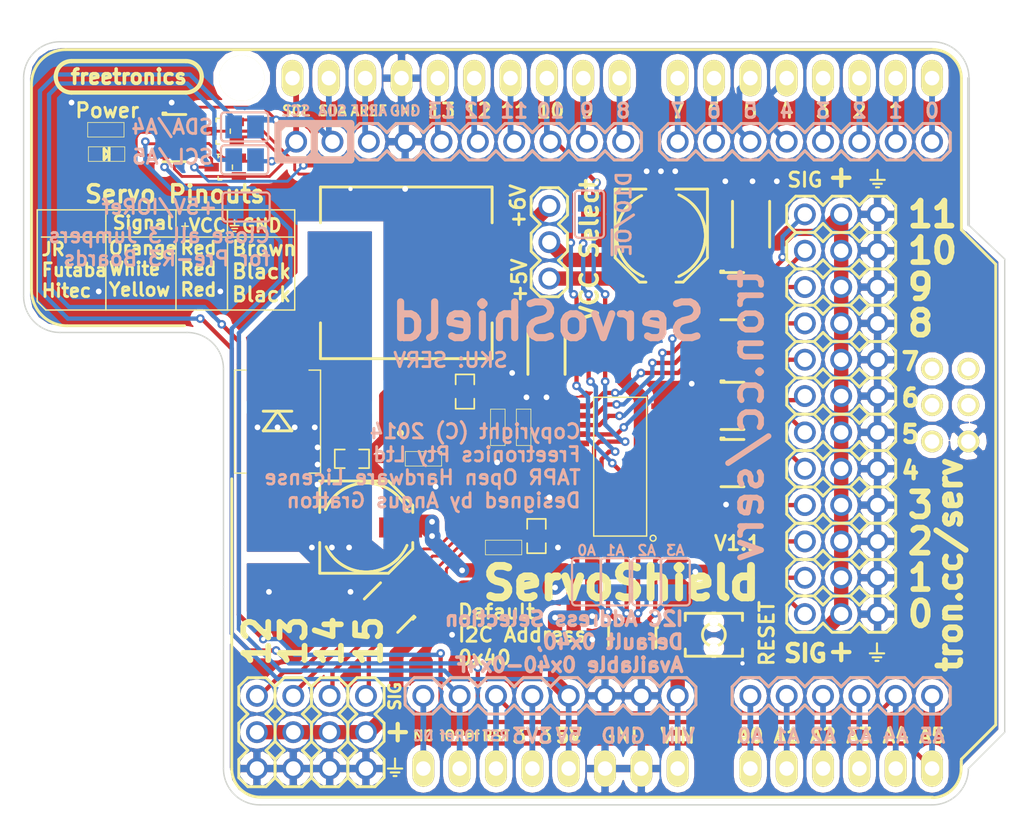
<source format=kicad_pcb>
(kicad_pcb (version 4) (host pcbnew "(2014-11-24 BZR 5301)-product")
  (layers (0 F.Cu signal) (31 B.Cu signal) (34 B.Paste user) (35 F.Paste user) (36 B.SilkS user) (37 F.SilkS user) (38 B.Mask user) (39 F.Mask user) (44 Edge.Cuts user))
  (net 0 "")
  (net 1 "Net-(JP1-Pad1)")
  (net 2 GND)
  (net 3 "Net-(JP2-Pad1)")
  (net 4 "Net-(JP2-Pad2)")
  (net 5 "Net-(JP2-Pad3)")
  (net 6 "Net-(JP2-Pad4)")
  (net 7 "Net-(JP3-Pad3)")
  (net 8 "Net-(JP3-Pad5)")
  (net 9 "Net-(JP3-Pad6)")
  (net 10 /D10)
  (net 11 "Net-(JP3-Pad10)")
  (net 12 /D6)
  (net 13 /D5)
  (net 14 "Net-(JP4-Pad4)")
  (net 15 /D3)
  (net 16 "Net-(JP4-Pad6)")
  (net 17 "Net-(JP4-Pad7)")
  (net 18 "Net-(JP4-Pad8)")
  (net 19 "Net-(JP4-Pad1)")
  (net 20 +5V)
  (net 21 VCC)
  (net 22 /SW)
  (net 23 +6V)
  (net 24 IORef)
  (net 25 /RESET)
  (net 26 "Net-(JP1-Pad4)")
  (net 27 /A4_SDA)
  (net 28 /A5_SCL)
  (net 29 /SCL_IO)
  (net 30 /SDA_IO)
  (net 31 "Net-(P1-Pad1)")
  (net 32 "Net-(P2-Pad1)")
  (net 33 "Net-(P3-Pad1)")
  (net 34 "Net-(P4-Pad1)")
  (net 35 "Net-(P5-Pad1)")
  (net 36 "Net-(P6-Pad1)")
  (net 37 "Net-(P7-Pad1)")
  (net 38 "Net-(P8-Pad1)")
  (net 39 "Net-(P9-Pad1)")
  (net 40 "Net-(P10-Pad1)")
  (net 41 "Net-(P11-Pad1)")
  (net 42 "Net-(P12-Pad1)")
  (net 43 "Net-(P13-Pad1)")
  (net 44 "Net-(P14-Pad1)")
  (net 45 "Net-(P15-Pad1)")
  (net 46 "Net-(P16-Pad1)")
  (net 47 /SCL_PWM)
  (net 48 /SDA_PWM)
  (net 49 /~OE)
  (net 50 /PWM0)
  (net 51 /PWM2)
  (net 52 /PWM4)
  (net 53 /PWM6)
  (net 54 /PWM8)
  (net 55 /PWM10)
  (net 56 /PWM12)
  (net 57 /PWM14)
  (net 58 /PWM1)
  (net 59 /PWM3)
  (net 60 /PWM5)
  (net 61 /PWM7)
  (net 62 /PWM9)
  (net 63 /PWM11)
  (net 64 /PWM13)
  (net 65 /PWM15)
  (net 66 "Net-(JP3-Pad7)")
  (net 67 "Net-(JP3-Pad9)")
  (net 68 "Net-(R6-Pad1)")
  (net 69 "Net-(R6-Pad3)")
  (net 70 "Net-(R6-Pad5)")
  (net 71 "Net-(R6-Pad7)")
  (net 72 VIn)
  (net 73 "Net-(C7-Pad2)")
  (net 74 "Net-(R12-Pad1)")
  (net 75 "Net-(R9-Pad2)")
  (net 76 "Net-(LED1-PadA)")
  (module FT:LOGO_GND_SILKSCREEN (layer F.Cu) (at 197.412 95.25)
    (fp_text reference LOGO_GND_SILKSCREEN hide)
    (fp_text value VAL** hide)
  )
  (module FT:ARDUINO_SHIELD (layer F.Cu) (at 171.45 97.79)
    (fp_text reference SHIELD1 hide)
    (fp_text value ARDUINO_SHIELD hide)
    (pad AD5 thru_hole oval (at 63.5 -2.54 90) (size 2.54 1.524) (drill 1.016) (layers *.Cu *.Mask F.SilkS) (net 28 /A5_SCL))
    (pad AD4 thru_hole oval (at 60.96 -2.54 90) (size 2.54 1.524) (drill 1.016) (layers *.Cu *.Mask F.SilkS) (net 27 /A4_SDA))
    (pad AD3 thru_hole oval (at 58.42 -2.54 90) (size 2.54 1.524) (drill 1.016) (layers *.Cu *.Mask F.SilkS) (net 6 "Net-(JP2-Pad4)"))
    (pad AD0 thru_hole oval (at 50.8 -2.54 90) (size 2.54 1.524) (drill 1.016) (layers *.Cu *.Mask F.SilkS) (net 3 "Net-(JP2-Pad1)"))
    (pad AD1 thru_hole oval (at 53.34 -2.54 90) (size 2.54 1.524) (drill 1.016) (layers *.Cu *.Mask F.SilkS) (net 4 "Net-(JP2-Pad2)"))
    (pad AD2 thru_hole oval (at 55.88 -2.54 90) (size 2.54 1.524) (drill 1.016) (layers *.Cu *.Mask F.SilkS) (net 5 "Net-(JP2-Pad3)"))
    (pad V_IN thru_hole oval (at 45.72 -2.54 90) (size 2.54 1.524) (drill 1.016) (layers *.Cu *.Mask F.SilkS) (net 72 VIn))
    (pad GND2 thru_hole oval (at 43.18 -2.54 90) (size 2.54 1.524) (drill 1.016) (layers *.Cu *.Mask F.SilkS) (net 2 GND))
    (pad GND1 thru_hole oval (at 40.64 -2.54 90) (size 2.54 1.524) (drill 1.016) (layers *.Cu *.Mask F.SilkS) (net 2 GND))
    (pad 3V3 thru_hole oval (at 35.56 -2.54 90) (size 2.54 1.524) (drill 1.016) (layers *.Cu *.Mask F.SilkS) (net 26 "Net-(JP1-Pad4)"))
    (pad RST thru_hole oval (at 33.02 -2.54 90) (size 2.54 1.524) (drill 1.016) (layers *.Cu *.Mask F.SilkS) (net 25 /RESET))
    (pad 0 thru_hole oval (at 63.5 -50.8 90) (size 2.54 1.524) (drill 1.016) (layers *.Cu *.Mask F.SilkS) (net 18 "Net-(JP4-Pad8)"))
    (pad 1 thru_hole oval (at 60.96 -50.8 90) (size 2.54 1.524) (drill 1.016) (layers *.Cu *.Mask F.SilkS) (net 17 "Net-(JP4-Pad7)"))
    (pad 2 thru_hole oval (at 58.42 -50.8 90) (size 2.54 1.524) (drill 1.016) (layers *.Cu *.Mask F.SilkS) (net 16 "Net-(JP4-Pad6)"))
    (pad 3 thru_hole oval (at 55.88 -50.8 90) (size 2.54 1.524) (drill 1.016) (layers *.Cu *.Mask F.SilkS) (net 15 /D3))
    (pad 4 thru_hole oval (at 53.34 -50.8 90) (size 2.54 1.524) (drill 1.016) (layers *.Cu *.Mask F.SilkS) (net 14 "Net-(JP4-Pad4)"))
    (pad 5 thru_hole oval (at 50.8 -50.8 90) (size 2.54 1.524) (drill 1.016) (layers *.Cu *.Mask F.SilkS) (net 13 /D5))
    (pad 6 thru_hole oval (at 48.26 -50.8 90) (size 2.54 1.524) (drill 1.016) (layers *.Cu *.Mask F.SilkS) (net 12 /D6))
    (pad 7 thru_hole oval (at 45.72 -50.8 90) (size 2.54 1.524) (drill 1.016) (layers *.Cu *.Mask F.SilkS) (net 19 "Net-(JP4-Pad1)"))
    (pad 8 thru_hole oval (at 41.656 -50.8 90) (size 2.54 1.524) (drill 1.016) (layers *.Cu *.Mask F.SilkS) (net 11 "Net-(JP3-Pad10)"))
    (pad 9 thru_hole oval (at 39.116 -50.8 90) (size 2.54 1.524) (drill 1.016) (layers *.Cu *.Mask F.SilkS) (net 67 "Net-(JP3-Pad9)"))
    (pad 10 thru_hole oval (at 36.576 -50.8 90) (size 2.54 1.524) (drill 1.016) (layers *.Cu *.Mask F.SilkS) (net 10 /D10))
    (pad 11 thru_hole oval (at 34.036 -50.8 90) (size 2.54 1.524) (drill 1.016) (layers *.Cu *.Mask F.SilkS) (net 66 "Net-(JP3-Pad7)"))
    (pad 12 thru_hole oval (at 31.496 -50.8 90) (size 2.54 1.524) (drill 1.016) (layers *.Cu *.Mask F.SilkS) (net 9 "Net-(JP3-Pad6)"))
    (pad 13 thru_hole oval (at 28.956 -50.8 90) (size 2.54 1.524) (drill 1.016) (layers *.Cu *.Mask F.SilkS) (net 8 "Net-(JP3-Pad5)"))
    (pad GND3 thru_hole oval (at 26.416 -50.8 90) (size 2.54 1.524) (drill 1.016) (layers *.Cu *.Mask F.SilkS) (net 2 GND))
    (pad AREF thru_hole oval (at 23.876 -50.8 90) (size 2.54 1.524) (drill 1.016) (layers *.Cu *.Mask F.SilkS) (net 7 "Net-(JP3-Pad3)"))
    (pad 5V thru_hole oval (at 38.1 -2.54 90) (size 2.54 1.524) (drill 1.016) (layers *.Cu *.Mask F.SilkS) (net 20 +5V))
    (pad "" np_thru_hole circle (at 15.24 -50.8 90) (size 3.175 3.175) (drill 3.175) (layers *.Cu *.Mask F.SilkS))
    (pad SDA thru_hole oval (at 21.336 -50.8 90) (size 2.54 1.524) (drill 1.016) (layers *.Cu *.Mask F.SilkS) (net 30 /SDA_IO))
    (pad SCL thru_hole oval (at 18.796 -50.8 90) (size 2.54 1.524) (drill 1.016) (layers *.Cu *.Mask F.SilkS) (net 29 /SCL_IO))
    (pad IO_R thru_hole oval (at 30.48 -2.54 90) (size 2.54 1.524) (drill 1.016) (layers *.Cu *.Mask F.SilkS) (net 24 IORef))
    (pad NC thru_hole oval (at 27.94 -2.54 90) (size 2.54 1.524) (drill 1.016) (layers *.Cu *.Mask F.SilkS) (net 1 "Net-(JP1-Pad1)"))
    (pad SP1 thru_hole circle (at 63.5 -30.48 90) (size 1.524 1.524) (drill 1.016) (layers *.Cu *.Mask F.SilkS))
    (pad SP2 thru_hole circle (at 66.04 -30.48 90) (size 1.524 1.524) (drill 1.016) (layers *.Cu *.Mask F.SilkS))
    (pad SP3 thru_hole circle (at 63.5 -27.94 90) (size 1.524 1.524) (drill 1.016) (layers *.Cu *.Mask F.SilkS))
    (pad SP4 thru_hole circle (at 66.04 -27.94 90) (size 1.524 1.524) (drill 1.016) (layers *.Cu *.Mask F.SilkS))
    (pad SP5 thru_hole circle (at 63.5 -25.4 90) (size 1.524 1.524) (drill 1.016) (layers *.Cu *.Mask F.SilkS))
    (pad SP6 thru_hole circle (at 66.04 -25.4 90) (size 1.524 1.524) (drill 1.016) (layers *.Cu *.Mask F.SilkS) (net 2 GND))
  )
  (module FT:1X08 (layer F.Cu) (at 199.39 90.17)
    (fp_text reference JP1 hide)
    (fp_text value M08 hide)
    (pad 1 thru_hole oval (at 0 0 90) (size 1.524 1.524) (drill 1.016) (layers *.Cu *.Mask) (net 1 "Net-(JP1-Pad1)"))
    (pad 2 thru_hole oval (at 2.54 0 90) (size 1.524 1.524) (drill 1.016) (layers *.Cu *.Mask) (net 24 IORef))
    (pad 3 thru_hole oval (at 5.08 0 90) (size 1.524 1.524) (drill 1.016) (layers *.Cu *.Mask) (net 25 /RESET))
    (pad 4 thru_hole oval (at 7.62 0 90) (size 1.524 1.524) (drill 1.016) (layers *.Cu *.Mask) (net 26 "Net-(JP1-Pad4)"))
    (pad 5 thru_hole oval (at 10.16 0 90) (size 1.524 1.524) (drill 1.016) (layers *.Cu *.Mask) (net 20 +5V))
    (pad 6 thru_hole oval (at 12.7 0 90) (size 1.524 1.524) (drill 1.016) (layers *.Cu *.Mask) (net 2 GND))
    (pad 7 thru_hole oval (at 15.24 0 90) (size 1.524 1.524) (drill 1.016) (layers *.Cu *.Mask) (net 2 GND))
    (pad 8 thru_hole oval (at 17.78 0 90) (size 1.524 1.524) (drill 1.016) (layers *.Cu *.Mask) (net 72 VIn))
  )
  (module FT:1X06 (layer F.Cu) (at 222.25 90.17)
    (fp_text reference JP2 hide)
    (fp_text value M06 hide)
    (pad 1 thru_hole oval (at 0 0 90) (size 1.524 1.524) (drill 1.016) (layers *.Cu *.Mask) (net 3 "Net-(JP2-Pad1)"))
    (pad 2 thru_hole oval (at 2.54 0 90) (size 1.524 1.524) (drill 1.016) (layers *.Cu *.Mask) (net 4 "Net-(JP2-Pad2)"))
    (pad 3 thru_hole oval (at 5.08 0 90) (size 1.524 1.524) (drill 1.016) (layers *.Cu *.Mask) (net 5 "Net-(JP2-Pad3)"))
    (pad 4 thru_hole oval (at 7.62 0 90) (size 1.524 1.524) (drill 1.016) (layers *.Cu *.Mask) (net 6 "Net-(JP2-Pad4)"))
    (pad 5 thru_hole oval (at 10.16 0 90) (size 1.524 1.524) (drill 1.016) (layers *.Cu *.Mask) (net 27 /A4_SDA))
    (pad 6 thru_hole oval (at 12.7 0 90) (size 1.524 1.524) (drill 1.016) (layers *.Cu *.Mask) (net 28 /A5_SCL))
  )
  (module FT:1X10 (layer F.Cu) (at 190.5 51.435)
    (fp_text reference JP3 hide)
    (fp_text value M10 hide)
    (pad 1 thru_hole oval (at 0 0 90) (size 1.524 1.524) (drill 1.016) (layers *.Cu *.Mask) (net 29 /SCL_IO))
    (pad 2 thru_hole oval (at 2.54 0 90) (size 1.524 1.524) (drill 1.016) (layers *.Cu *.Mask) (net 30 /SDA_IO))
    (pad 3 thru_hole oval (at 5.08 0 90) (size 1.524 1.524) (drill 1.016) (layers *.Cu *.Mask) (net 7 "Net-(JP3-Pad3)"))
    (pad 4 thru_hole oval (at 7.62 0 90) (size 1.524 1.524) (drill 1.016) (layers *.Cu *.Mask) (net 2 GND))
    (pad 5 thru_hole oval (at 10.16 0 90) (size 1.524 1.524) (drill 1.016) (layers *.Cu *.Mask) (net 8 "Net-(JP3-Pad5)"))
    (pad 6 thru_hole oval (at 12.7 0 90) (size 1.524 1.524) (drill 1.016) (layers *.Cu *.Mask) (net 9 "Net-(JP3-Pad6)"))
    (pad 7 thru_hole oval (at 15.24 0 90) (size 1.524 1.524) (drill 1.016) (layers *.Cu *.Mask) (net 66 "Net-(JP3-Pad7)"))
    (pad 8 thru_hole oval (at 17.78 0 90) (size 1.524 1.524) (drill 1.016) (layers *.Cu *.Mask) (net 10 /D10))
    (pad 9 thru_hole oval (at 20.32 0 90) (size 1.524 1.524) (drill 1.016) (layers *.Cu *.Mask) (net 67 "Net-(JP3-Pad9)"))
    (pad 10 thru_hole oval (at 22.86 0 90) (size 1.524 1.524) (drill 1.016) (layers *.Cu *.Mask) (net 11 "Net-(JP3-Pad10)"))
  )
  (module FT:1X08 (layer F.Cu) (at 217.17 51.435)
    (fp_text reference JP4 hide)
    (fp_text value M08 hide)
    (pad 1 thru_hole oval (at 0 0 90) (size 1.524 1.524) (drill 1.016) (layers *.Cu *.Mask) (net 19 "Net-(JP4-Pad1)"))
    (pad 2 thru_hole oval (at 2.54 0 90) (size 1.524 1.524) (drill 1.016) (layers *.Cu *.Mask) (net 12 /D6))
    (pad 3 thru_hole oval (at 5.08 0 90) (size 1.524 1.524) (drill 1.016) (layers *.Cu *.Mask) (net 13 /D5))
    (pad 4 thru_hole oval (at 7.62 0 90) (size 1.524 1.524) (drill 1.016) (layers *.Cu *.Mask) (net 14 "Net-(JP4-Pad4)"))
    (pad 5 thru_hole oval (at 10.16 0 90) (size 1.524 1.524) (drill 1.016) (layers *.Cu *.Mask) (net 15 /D3))
    (pad 6 thru_hole oval (at 12.7 0 90) (size 1.524 1.524) (drill 1.016) (layers *.Cu *.Mask) (net 16 "Net-(JP4-Pad6)"))
    (pad 7 thru_hole oval (at 15.24 0 90) (size 1.524 1.524) (drill 1.016) (layers *.Cu *.Mask) (net 17 "Net-(JP4-Pad7)"))
    (pad 8 thru_hole oval (at 17.78 0 90) (size 1.524 1.524) (drill 1.016) (layers *.Cu *.Mask) (net 18 "Net-(JP4-Pad8)"))
  )
  (module FT:1X03 (layer F.Cu) (at 226.06 84.455)
    (fp_text reference P1 hide)
    (fp_text value M03 hide)
    (pad 1 thru_hole oval (at 0 0 90) (size 1.524 1.524) (drill 1.016) (layers *.Cu *.Mask) (net 31 "Net-(P1-Pad1)"))
    (pad 2 thru_hole oval (at 2.54 0 90) (size 1.524 1.524) (drill 1.016) (layers *.Cu *.Mask) (net 21 VCC))
    (pad 3 thru_hole oval (at 5.08 0 90) (size 1.524 1.524) (drill 1.016) (layers *.Cu *.Mask) (net 2 GND))
  )
  (module FT:1X03 (layer F.Cu) (at 226.06 81.915)
    (fp_text reference P2 hide)
    (fp_text value M03 hide)
    (pad 1 thru_hole oval (at 0 0 90) (size 1.524 1.524) (drill 1.016) (layers *.Cu *.Mask) (net 32 "Net-(P2-Pad1)"))
    (pad 2 thru_hole oval (at 2.54 0 90) (size 1.524 1.524) (drill 1.016) (layers *.Cu *.Mask) (net 21 VCC))
    (pad 3 thru_hole oval (at 5.08 0 90) (size 1.524 1.524) (drill 1.016) (layers *.Cu *.Mask) (net 2 GND))
  )
  (module FT:1X03 (layer F.Cu) (at 226.06 79.375)
    (fp_text reference P3 hide)
    (fp_text value M03 hide)
    (pad 1 thru_hole oval (at 0 0 90) (size 1.524 1.524) (drill 1.016) (layers *.Cu *.Mask) (net 33 "Net-(P3-Pad1)"))
    (pad 2 thru_hole oval (at 2.54 0 90) (size 1.524 1.524) (drill 1.016) (layers *.Cu *.Mask) (net 21 VCC))
    (pad 3 thru_hole oval (at 5.08 0 90) (size 1.524 1.524) (drill 1.016) (layers *.Cu *.Mask) (net 2 GND))
  )
  (module FT:1X03 (layer F.Cu) (at 226.06 76.835)
    (fp_text reference P4 hide)
    (fp_text value M03 hide)
    (pad 1 thru_hole oval (at 0 0 90) (size 1.524 1.524) (drill 1.016) (layers *.Cu *.Mask) (net 34 "Net-(P4-Pad1)"))
    (pad 2 thru_hole oval (at 2.54 0 90) (size 1.524 1.524) (drill 1.016) (layers *.Cu *.Mask) (net 21 VCC))
    (pad 3 thru_hole oval (at 5.08 0 90) (size 1.524 1.524) (drill 1.016) (layers *.Cu *.Mask) (net 2 GND))
  )
  (module FT:1X03 (layer F.Cu) (at 226.06 74.295)
    (fp_text reference P5 hide)
    (fp_text value M03 hide)
    (pad 1 thru_hole oval (at 0 0 90) (size 1.524 1.524) (drill 1.016) (layers *.Cu *.Mask) (net 35 "Net-(P5-Pad1)"))
    (pad 2 thru_hole oval (at 2.54 0 90) (size 1.524 1.524) (drill 1.016) (layers *.Cu *.Mask) (net 21 VCC))
    (pad 3 thru_hole oval (at 5.08 0 90) (size 1.524 1.524) (drill 1.016) (layers *.Cu *.Mask) (net 2 GND))
  )
  (module FT:1X03 (layer F.Cu) (at 226.06 71.755)
    (fp_text reference P6 hide)
    (fp_text value M03 hide)
    (pad 1 thru_hole oval (at 0 0 90) (size 1.524 1.524) (drill 1.016) (layers *.Cu *.Mask) (net 36 "Net-(P6-Pad1)"))
    (pad 2 thru_hole oval (at 2.54 0 90) (size 1.524 1.524) (drill 1.016) (layers *.Cu *.Mask) (net 21 VCC))
    (pad 3 thru_hole oval (at 5.08 0 90) (size 1.524 1.524) (drill 1.016) (layers *.Cu *.Mask) (net 2 GND))
  )
  (module FT:1X03 (layer F.Cu) (at 226.06 69.215)
    (fp_text reference P7 hide)
    (fp_text value M03 hide)
    (pad 1 thru_hole oval (at 0 0 90) (size 1.524 1.524) (drill 1.016) (layers *.Cu *.Mask) (net 37 "Net-(P7-Pad1)"))
    (pad 2 thru_hole oval (at 2.54 0 90) (size 1.524 1.524) (drill 1.016) (layers *.Cu *.Mask) (net 21 VCC))
    (pad 3 thru_hole oval (at 5.08 0 90) (size 1.524 1.524) (drill 1.016) (layers *.Cu *.Mask) (net 2 GND))
  )
  (module FT:1X03 (layer F.Cu) (at 226.06 66.675)
    (fp_text reference P8 hide)
    (fp_text value M03 hide)
    (pad 1 thru_hole oval (at 0 0 90) (size 1.524 1.524) (drill 1.016) (layers *.Cu *.Mask) (net 38 "Net-(P8-Pad1)"))
    (pad 2 thru_hole oval (at 2.54 0 90) (size 1.524 1.524) (drill 1.016) (layers *.Cu *.Mask) (net 21 VCC))
    (pad 3 thru_hole oval (at 5.08 0 90) (size 1.524 1.524) (drill 1.016) (layers *.Cu *.Mask) (net 2 GND))
  )
  (module FT:1X03 (layer F.Cu) (at 226.06 64.135)
    (fp_text reference P9 hide)
    (fp_text value M03 hide)
    (pad 1 thru_hole oval (at 0 0 90) (size 1.524 1.524) (drill 1.016) (layers *.Cu *.Mask) (net 39 "Net-(P9-Pad1)"))
    (pad 2 thru_hole oval (at 2.54 0 90) (size 1.524 1.524) (drill 1.016) (layers *.Cu *.Mask) (net 21 VCC))
    (pad 3 thru_hole oval (at 5.08 0 90) (size 1.524 1.524) (drill 1.016) (layers *.Cu *.Mask) (net 2 GND))
  )
  (module FT:1X03 (layer F.Cu) (at 226.06 61.595)
    (fp_text reference P10 hide)
    (fp_text value M03 hide)
    (pad 1 thru_hole oval (at 0 0 90) (size 1.524 1.524) (drill 1.016) (layers *.Cu *.Mask) (net 40 "Net-(P10-Pad1)"))
    (pad 2 thru_hole oval (at 2.54 0 90) (size 1.524 1.524) (drill 1.016) (layers *.Cu *.Mask) (net 21 VCC))
    (pad 3 thru_hole oval (at 5.08 0 90) (size 1.524 1.524) (drill 1.016) (layers *.Cu *.Mask) (net 2 GND))
  )
  (module FT:1X03 (layer F.Cu) (at 226.06 59.055)
    (fp_text reference P11 hide)
    (fp_text value M03 hide)
    (pad 1 thru_hole oval (at 0 0 90) (size 1.524 1.524) (drill 1.016) (layers *.Cu *.Mask) (net 41 "Net-(P11-Pad1)"))
    (pad 2 thru_hole oval (at 2.54 0 90) (size 1.524 1.524) (drill 1.016) (layers *.Cu *.Mask) (net 21 VCC))
    (pad 3 thru_hole oval (at 5.08 0 90) (size 1.524 1.524) (drill 1.016) (layers *.Cu *.Mask) (net 2 GND))
  )
  (module FT:1X03 (layer F.Cu) (at 226.06 56.515)
    (fp_text reference P12 hide)
    (fp_text value M03 hide)
    (pad 1 thru_hole oval (at 0 0 90) (size 1.524 1.524) (drill 1.016) (layers *.Cu *.Mask) (net 42 "Net-(P12-Pad1)"))
    (pad 2 thru_hole oval (at 2.54 0 90) (size 1.524 1.524) (drill 1.016) (layers *.Cu *.Mask) (net 21 VCC))
    (pad 3 thru_hole oval (at 5.08 0 90) (size 1.524 1.524) (drill 1.016) (layers *.Cu *.Mask) (net 2 GND))
  )
  (module FT:1X03 (layer F.Cu) (at 187.76 90.17 270)
    (fp_text reference P13 hide)
    (fp_text value M03 hide)
    (pad 1 thru_hole oval (at 0 0) (size 1.524 1.524) (drill 1.016) (layers *.Cu *.Mask) (net 43 "Net-(P13-Pad1)"))
    (pad 2 thru_hole oval (at 2.54 0) (size 1.524 1.524) (drill 1.016) (layers *.Cu *.Mask) (net 21 VCC))
    (pad 3 thru_hole oval (at 5.08 0) (size 1.524 1.524) (drill 1.016) (layers *.Cu *.Mask) (net 2 GND))
  )
  (module FT:1X03 (layer F.Cu) (at 190.3 90.17 270)
    (fp_text reference P14 hide)
    (fp_text value M03 hide)
    (pad 1 thru_hole oval (at 0 0) (size 1.524 1.524) (drill 1.016) (layers *.Cu *.Mask) (net 44 "Net-(P14-Pad1)"))
    (pad 2 thru_hole oval (at 2.54 0) (size 1.524 1.524) (drill 1.016) (layers *.Cu *.Mask) (net 21 VCC))
    (pad 3 thru_hole oval (at 5.08 0) (size 1.524 1.524) (drill 1.016) (layers *.Cu *.Mask) (net 2 GND))
  )
  (module FT:1X03 (layer F.Cu) (at 192.84 90.17 270)
    (fp_text reference P15 hide)
    (fp_text value M03 hide)
    (pad 1 thru_hole oval (at 0 0) (size 1.524 1.524) (drill 1.016) (layers *.Cu *.Mask) (net 45 "Net-(P15-Pad1)"))
    (pad 2 thru_hole oval (at 2.54 0) (size 1.524 1.524) (drill 1.016) (layers *.Cu *.Mask) (net 21 VCC))
    (pad 3 thru_hole oval (at 5.08 0) (size 1.524 1.524) (drill 1.016) (layers *.Cu *.Mask) (net 2 GND))
  )
  (module FT:1X03 (layer F.Cu) (at 195.38 90.17 270)
    (fp_text reference P16 hide)
    (fp_text value M03 hide)
    (pad 1 thru_hole oval (at 0 0) (size 1.524 1.524) (drill 1.016) (layers *.Cu *.Mask) (net 46 "Net-(P16-Pad1)"))
    (pad 2 thru_hole oval (at 2.54 0) (size 1.524 1.524) (drill 1.016) (layers *.Cu *.Mask) (net 21 VCC))
    (pad 3 thru_hole oval (at 5.08 0) (size 1.524 1.524) (drill 1.016) (layers *.Cu *.Mask) (net 2 GND))
  )
  (module FT:0603 (layer F.Cu) (at 205 79.8 180)
    (fp_text reference R5)
    (fp_text value 10K hide)
    (pad 1 smd rect (at -0.762 0 180) (size 0.762 0.762) (layers F.Cu F.Paste F.Mask) (net 2 GND))
    (pad 2 smd rect (at 0.762 0 180) (size 0.762 0.762) (layers F.Cu F.Paste F.Mask) (net 49 /~OE))
  )
  (module FT:0603 (layer F.Cu) (at 204.6 71.4 270)
    (fp_text reference R8)
    (fp_text value "10.2K 1%" hide)
    (pad 1 smd rect (at -0.762 0 270) (size 0.762 0.762) (layers F.Cu F.Paste F.Mask) (net 23 +6V))
    (pad 2 smd rect (at 0.762 0 270) (size 0.762 0.762) (layers F.Cu F.Paste F.Mask) (net 74 "Net-(R12-Pad1)"))
  )
  (module FT:SJ_OPEN (layer B.Cu) (at 187 56)
    (fp_text reference SJ1)
    (fp_text value SJ)
    (pad 1 smd rect (at -0.762 0) (size 1.1684 1.6002) (layers B.Cu B.Mask) (net 24 IORef))
    (pad 2 smd rect (at 0.762 0) (size 1.1684 1.6002) (layers B.Cu B.Mask) (net 20 +5V))
  )
  (module FT:SJ_OPEN (layer B.Cu) (at 186.9 50.4 180)
    (fp_text reference SJ2)
    (fp_text value SJ)
    (pad 1 smd rect (at -0.762 0 180) (size 1.1684 1.6002) (layers B.Cu B.Mask) (net 30 /SDA_IO))
    (pad 2 smd rect (at 0.762 0 180) (size 1.1684 1.6002) (layers B.Cu B.Mask) (net 27 /A4_SDA))
  )
  (module FT:SJ_OPEN (layer B.Cu) (at 210.8 82.2 90)
    (fp_text reference SJ3)
    (fp_text value SJ)
    (pad 1 smd rect (at -0.762 0 90) (size 1.1684 1.6002) (layers B.Cu B.Mask) (net 71 "Net-(R6-Pad7)"))
    (pad 2 smd rect (at 0.762 0 90) (size 1.1684 1.6002) (layers B.Cu B.Mask) (net 21 VCC))
  )
  (module FT:SJ_OPEN (layer B.Cu) (at 212.8 82.2 90)
    (fp_text reference SJ4)
    (fp_text value SJ)
    (pad 1 smd rect (at -0.762 0 90) (size 1.1684 1.6002) (layers B.Cu B.Mask) (net 70 "Net-(R6-Pad5)"))
    (pad 2 smd rect (at 0.762 0 90) (size 1.1684 1.6002) (layers B.Cu B.Mask) (net 21 VCC))
  )
  (module FT:SJ_OPEN (layer B.Cu) (at 215 82.2 90)
    (fp_text reference SJ5)
    (fp_text value SJ)
    (pad 1 smd rect (at -0.762 0 90) (size 1.1684 1.6002) (layers B.Cu B.Mask) (net 69 "Net-(R6-Pad3)"))
    (pad 2 smd rect (at 0.762 0 90) (size 1.1684 1.6002) (layers B.Cu B.Mask) (net 21 VCC))
  )
  (module FT:SJ_OPEN (layer B.Cu) (at 217 82.2 90)
    (fp_text reference SJ6)
    (fp_text value SJ)
    (pad 1 smd rect (at -0.762 0 90) (size 1.1684 1.6002) (layers B.Cu B.Mask) (net 68 "Net-(R6-Pad1)"))
    (pad 2 smd rect (at 0.762 0 90) (size 1.1684 1.6002) (layers B.Cu B.Mask) (net 21 VCC))
  )
  (module FT:SJ_OPEN (layer B.Cu) (at 186.9 52.7 180)
    (fp_text reference SJ7)
    (fp_text value SJ)
    (pad 1 smd rect (at -0.762 0 180) (size 1.1684 1.6002) (layers B.Cu B.Mask) (net 29 /SCL_IO))
    (pad 2 smd rect (at 0.762 0 180) (size 1.1684 1.6002) (layers B.Cu B.Mask) (net 28 /A5_SCL))
  )
  (module FT:SJ_OPEN (layer B.Cu) (at 211 56.5 270)
    (fp_text reference SJ8)
    (fp_text value SJ)
    (pad 1 smd rect (at -0.762 0 270) (size 1.1684 1.6002) (layers B.Cu B.Mask) (net 10 /D10))
    (pad 2 smd rect (at 0.762 0 270) (size 1.1684 1.6002) (layers B.Cu B.Mask) (net 49 /~OE))
  )
  (module FT:1X03 (layer F.Cu) (at 208.2 61 90)
    (fp_text reference JP5 hide)
    (fp_text value M03 hide)
    (pad 1 thru_hole oval (at 0 0 180) (size 1.524 1.524) (drill 1.016) (layers *.Cu *.Mask) (net 20 +5V))
    (pad 2 thru_hole oval (at 2.54 0 180) (size 1.524 1.524) (drill 1.016) (layers *.Cu *.Mask) (net 21 VCC))
    (pad 3 thru_hole oval (at 5.08 0 180) (size 1.524 1.524) (drill 1.016) (layers *.Cu *.Mask) (net 23 +6V))
  )
  (module FT:0603 (layer F.Cu) (at 199.4 73.6)
    (fp_text reference R9)
    (fp_text value 8K hide)
    (pad 1 smd rect (at -0.762 0) (size 0.762 0.762) (layers F.Cu F.Paste F.Mask) (net 72 VIn))
    (pad 2 smd rect (at 0.762 0) (size 0.762 0.762) (layers F.Cu F.Paste F.Mask) (net 75 "Net-(R9-Pad2)"))
  )
  (module FT:0603 (layer F.Cu) (at 206.4 71.4 90)
    (fp_text reference R12)
    (fp_text value "2.7K 1%" hide)
    (pad 1 smd rect (at -0.762 0 90) (size 0.762 0.762) (layers F.Cu F.Paste F.Mask) (net 74 "Net-(R12-Pad1)"))
    (pad 2 smd rect (at 0.762 0 90) (size 0.762 0.762) (layers F.Cu F.Paste F.Mask) (net 2 GND))
  )
  (module FT:RES_CAY16 (layer F.Cu) (at 221 73.9 270)
    (fp_text reference R1)
    (fp_text value 220R hide)
    (pad 2 smd rect (at -1.19888 -0.67564 270) (size 0.50038 0.65024) (layers F.Cu F.Paste F.Mask) (net 34 "Net-(P4-Pad1)"))
    (pad 4 smd rect (at -0.39878 -0.67564 270) (size 0.50038 0.65024) (layers F.Cu F.Paste F.Mask) (net 33 "Net-(P3-Pad1)"))
    (pad 8 smd rect (at 1.19888 -0.67564 270) (size 0.50038 0.65024) (layers F.Cu F.Paste F.Mask) (net 31 "Net-(P1-Pad1)"))
    (pad 6 smd rect (at 0.39878 -0.67564 270) (size 0.50038 0.65024) (layers F.Cu F.Paste F.Mask) (net 32 "Net-(P2-Pad1)"))
    (pad 5 smd rect (at 0.39878 0.67564 270) (size 0.50038 0.65024) (layers F.Cu F.Paste F.Mask) (net 58 /PWM1))
    (pad 7 smd rect (at 1.19888 0.67564 270) (size 0.50038 0.65024) (layers F.Cu F.Paste F.Mask) (net 50 /PWM0))
    (pad 3 smd rect (at -0.39878 0.67564 270) (size 0.50038 0.65024) (layers F.Cu F.Paste F.Mask) (net 51 /PWM2))
    (pad 1 smd rect (at -1.19888 0.67564 270) (size 0.50038 0.65024) (layers F.Cu F.Paste F.Mask) (net 59 /PWM3))
  )
  (module FT:RES_CAY16 (layer F.Cu) (at 181.991 51.181 270)
    (fp_text reference R2)
    (fp_text value 10K hide)
    (pad 2 smd rect (at -1.19888 -0.67564 270) (size 0.50038 0.65024) (layers F.Cu F.Paste F.Mask) (net 30 /SDA_IO))
    (pad 4 smd rect (at -0.39878 -0.67564 270) (size 0.50038 0.65024) (layers F.Cu F.Paste F.Mask) (net 48 /SDA_PWM))
    (pad 8 smd rect (at 1.19888 -0.67564 270) (size 0.50038 0.65024) (layers F.Cu F.Paste F.Mask) (net 47 /SCL_PWM))
    (pad 6 smd rect (at 0.39878 -0.67564 270) (size 0.50038 0.65024) (layers F.Cu F.Paste F.Mask) (net 29 /SCL_IO))
    (pad 5 smd rect (at 0.39878 0.67564 270) (size 0.50038 0.65024) (layers F.Cu F.Paste F.Mask) (net 24 IORef))
    (pad 7 smd rect (at 1.19888 0.67564 270) (size 0.50038 0.65024) (layers F.Cu F.Paste F.Mask) (net 20 +5V))
    (pad 3 smd rect (at -0.39878 0.67564 270) (size 0.50038 0.65024) (layers F.Cu F.Paste F.Mask) (net 20 +5V))
    (pad 1 smd rect (at -1.19888 0.67564 270) (size 0.50038 0.65024) (layers F.Cu F.Paste F.Mask) (net 24 IORef))
  )
  (module FT:RES_CAY16 (layer F.Cu) (at 221 69.9 270)
    (fp_text reference R3)
    (fp_text value 220R hide)
    (pad 2 smd rect (at -1.19888 -0.67564 270) (size 0.50038 0.65024) (layers F.Cu F.Paste F.Mask) (net 38 "Net-(P8-Pad1)"))
    (pad 4 smd rect (at -0.39878 -0.67564 270) (size 0.50038 0.65024) (layers F.Cu F.Paste F.Mask) (net 37 "Net-(P7-Pad1)"))
    (pad 8 smd rect (at 1.19888 -0.67564 270) (size 0.50038 0.65024) (layers F.Cu F.Paste F.Mask) (net 35 "Net-(P5-Pad1)"))
    (pad 6 smd rect (at 0.39878 -0.67564 270) (size 0.50038 0.65024) (layers F.Cu F.Paste F.Mask) (net 36 "Net-(P6-Pad1)"))
    (pad 5 smd rect (at 0.39878 0.67564 270) (size 0.50038 0.65024) (layers F.Cu F.Paste F.Mask) (net 60 /PWM5))
    (pad 7 smd rect (at 1.19888 0.67564 270) (size 0.50038 0.65024) (layers F.Cu F.Paste F.Mask) (net 52 /PWM4))
    (pad 3 smd rect (at -0.39878 0.67564 270) (size 0.50038 0.65024) (layers F.Cu F.Paste F.Mask) (net 53 /PWM6))
    (pad 1 smd rect (at -1.19888 0.67564 270) (size 0.50038 0.65024) (layers F.Cu F.Paste F.Mask) (net 61 /PWM7))
  )
  (module FT:RES_CAY16 (layer F.Cu) (at 220.98 62.23 270)
    (fp_text reference R4)
    (fp_text value 220R hide)
    (pad 2 smd rect (at -1.19888 -0.67564 270) (size 0.50038 0.65024) (layers F.Cu F.Paste F.Mask) (net 42 "Net-(P12-Pad1)"))
    (pad 4 smd rect (at -0.39878 -0.67564 270) (size 0.50038 0.65024) (layers F.Cu F.Paste F.Mask) (net 41 "Net-(P11-Pad1)"))
    (pad 8 smd rect (at 1.19888 -0.67564 270) (size 0.50038 0.65024) (layers F.Cu F.Paste F.Mask) (net 39 "Net-(P9-Pad1)"))
    (pad 6 smd rect (at 0.39878 -0.67564 270) (size 0.50038 0.65024) (layers F.Cu F.Paste F.Mask) (net 40 "Net-(P10-Pad1)"))
    (pad 5 smd rect (at 0.39878 0.67564 270) (size 0.50038 0.65024) (layers F.Cu F.Paste F.Mask) (net 62 /PWM9))
    (pad 7 smd rect (at 1.19888 0.67564 270) (size 0.50038 0.65024) (layers F.Cu F.Paste F.Mask) (net 54 /PWM8))
    (pad 3 smd rect (at -0.39878 0.67564 270) (size 0.50038 0.65024) (layers F.Cu F.Paste F.Mask) (net 55 /PWM10))
    (pad 1 smd rect (at -1.19888 0.67564 270) (size 0.50038 0.65024) (layers F.Cu F.Paste F.Mask) (net 63 /PWM11))
  )
  (module FT:RES_CAY16 (layer F.Cu) (at 214 86 180)
    (fp_text reference R6)
    (fp_text value 10K hide)
    (pad 2 smd rect (at -1.19888 -0.67564 180) (size 0.50038 0.65024) (layers F.Cu F.Paste F.Mask) (net 2 GND))
    (pad 4 smd rect (at -0.39878 -0.67564 180) (size 0.50038 0.65024) (layers F.Cu F.Paste F.Mask) (net 2 GND))
    (pad 8 smd rect (at 1.19888 -0.67564 180) (size 0.50038 0.65024) (layers F.Cu F.Paste F.Mask) (net 2 GND))
    (pad 6 smd rect (at 0.39878 -0.67564 180) (size 0.50038 0.65024) (layers F.Cu F.Paste F.Mask) (net 2 GND))
    (pad 5 smd rect (at 0.39878 0.67564 180) (size 0.50038 0.65024) (layers F.Cu F.Paste F.Mask) (net 70 "Net-(R6-Pad5)"))
    (pad 7 smd rect (at 1.19888 0.67564 180) (size 0.50038 0.65024) (layers F.Cu F.Paste F.Mask) (net 71 "Net-(R6-Pad7)"))
    (pad 3 smd rect (at -0.39878 0.67564 180) (size 0.50038 0.65024) (layers F.Cu F.Paste F.Mask) (net 69 "Net-(R6-Pad3)"))
    (pad 1 smd rect (at -1.19888 0.67564 180) (size 0.50038 0.65024) (layers F.Cu F.Paste F.Mask) (net 68 "Net-(R6-Pad1)"))
  )
  (module FT:RES_CAY16 (layer F.Cu) (at 197 84 135)
    (fp_text reference R7)
    (fp_text value 220R hide)
    (pad 2 smd rect (at -1.19888 -0.67564 135) (size 0.50038 0.65024) (layers F.Cu F.Paste F.Mask) (net 46 "Net-(P16-Pad1)"))
    (pad 4 smd rect (at -0.39878 -0.67564 135) (size 0.50038 0.65024) (layers F.Cu F.Paste F.Mask) (net 45 "Net-(P15-Pad1)"))
    (pad 8 smd rect (at 1.19888 -0.67564 135) (size 0.50038 0.65024) (layers F.Cu F.Paste F.Mask) (net 43 "Net-(P13-Pad1)"))
    (pad 6 smd rect (at 0.39878 -0.67564 135) (size 0.50038 0.65024) (layers F.Cu F.Paste F.Mask) (net 44 "Net-(P14-Pad1)"))
    (pad 5 smd rect (at 0.39878 0.67564 135) (size 0.50038 0.65024) (layers F.Cu F.Paste F.Mask) (net 64 /PWM13))
    (pad 7 smd rect (at 1.19888 0.67564 135) (size 0.50038 0.65024) (layers F.Cu F.Paste F.Mask) (net 56 /PWM12))
    (pad 3 smd rect (at -0.39878 0.67564 135) (size 0.50038 0.65024) (layers F.Cu F.Paste F.Mask) (net 57 /PWM14))
    (pad 1 smd rect (at -1.19888 0.67564 135) (size 0.50038 0.65024) (layers F.Cu F.Paste F.Mask) (net 65 /PWM15))
  )
  (module FT:LOGO_GND_SILKSCREEN (layer F.Cu) (at 231.14 54.102)
    (fp_text reference LOGO_GND_SILKSCREEN hide)
    (fp_text value VAL** hide)
  )
  (module FT:LOGO_GND_SILKSCREEN (layer F.Cu) (at 231.1 87.2)
    (fp_text reference LOGO_GND_SILKSCREEN hide)
    (fp_text value VAL** hide)
  )
  (module FT:LOGO_FREETRONICS_MIDSIZE (layer F.Cu) (at 178.8 46.9)
    (fp_text reference LOGO_FREETRONICS_SMALL hide)
    (fp_text value val** hide)
    (fp_text user freetronics (at 0 0) (layer F.SilkS) (effects (font (thickness 0.25))))
  )
  (module FT:1210 (layer F.Cu) (at 222.3 57.2 90)
    (fp_text reference C1)
    (fp_text value "10uF 10V" hide)
    (pad 1 smd rect (at -1.59766 0 90) (size 1.19888 1.99898) (layers F.Cu F.Paste F.Mask) (net 21 VCC))
    (pad 2 smd rect (at 1.59766 0 90) (size 1.19888 1.99898) (layers F.Cu F.Paste F.Mask) (net 2 GND))
  )
  (module FT:1210 (layer F.Cu) (at 208 66.1 270)
    (fp_text reference C5)
    (fp_text value "10uF 10V" hide)
    (pad 1 smd rect (at -1.59766 0 270) (size 1.19888 1.99898) (layers F.Cu F.Paste F.Mask) (net 23 +6V))
    (pad 2 smd rect (at 1.59766 0 270) (size 1.19888 1.99898) (layers F.Cu F.Paste F.Mask) (net 2 GND))
  )
  (module FT:LED-0603 (layer F.Cu) (at 177.25 52.3)
    (fp_text reference LED1 hide)
    (fp_text value LED hide)
    (pad K smd rect (at 0.762 0) (size 0.762 0.762) (layers F.Cu F.Paste F.Mask) (net 2 GND))
    (pad A smd rect (at -0.762 0) (size 0.762 0.762) (layers F.Cu F.Paste F.Mask) (net 76 "Net-(LED1-PadA)"))
  )
  (module FT:0603 (layer F.Cu) (at 177.2 50.6)
    (fp_text reference R10)
    (fp_text value 1K)
    (pad 1 smd rect (at -0.762 0) (size 0.762 0.762) (layers F.Cu F.Paste F.Mask) (net 76 "Net-(LED1-PadA)"))
    (pad 2 smd rect (at 0.762 0) (size 0.762 0.762) (layers F.Cu F.Paste F.Mask) (net 20 +5V))
  )
  (module FT:0603_CAP (layer F.Cu) (at 194.4 73.6 180)
    (fp_text reference C3)
    (fp_text value "1uF 25V" hide)
    (pad 1 smd rect (at -0.762 0 180) (size 0.635 1.143) (layers F.Cu F.Paste F.Mask) (net 72 VIn))
    (pad 2 smd rect (at 0.762 0 180) (size 0.635 1.143) (layers F.Cu F.Paste F.Mask) (net 2 GND))
  )
  (module FT:0603_CAP (layer F.Cu) (at 207.3 79 270)
    (fp_text reference C6)
    (fp_text value 100nF hide)
    (pad 1 smd rect (at -0.762 0 270) (size 0.635 1.143) (layers F.Cu F.Paste F.Mask) (net 20 +5V))
    (pad 2 smd rect (at 0.762 0 270) (size 0.635 1.143) (layers F.Cu F.Paste F.Mask) (net 2 GND))
  )
  (module FT:0603_CAP (layer F.Cu) (at 202.3 68.9 270)
    (fp_text reference C7)
    (fp_text value "1uF 25V" hide)
    (pad 1 smd rect (at -0.762 0 270) (size 0.635 1.143) (layers F.Cu F.Paste F.Mask) (net 72 VIn))
    (pad 2 smd rect (at 0.762 0 270) (size 0.635 1.143) (layers F.Cu F.Paste F.Mask) (net 73 "Net-(C7-Pad2)"))
  )
  (module FT:DIODE_SMC (layer F.Cu) (at 189.2 71 270)
    (fp_text reference D1)
    (fp_text value "B340 40V 3A" hide)
    (pad K smd rect (at -3.4 0 270) (size 2.5 3.3) (layers F.Cu F.Paste F.Mask) (net 22 /SW))
    (pad A smd rect (at 3.4 0 270) (size 2.5 3.3) (layers F.Cu F.Paste F.Mask) (net 2 GND))
  )
  (module FT:IND_CDRH125 (layer F.Cu) (at 198.2 60.6 90)
    (fp_text reference L1 hide)
    (fp_text value "47uH 2A" hide)
    (pad 1 smd rect (at 0 -4.89966 90) (size 5.3975 3.99796) (layers F.Cu F.Paste F.Mask) (net 22 /SW))
    (pad 2 smd rect (at 0 4.89966 90) (size 5.3975 3.99796) (layers F.Cu F.Paste F.Mask) (net 23 +6V))
  )
  (module FT:SOT323_FET (layer F.Cu) (at 185.547 53.213 90)
    (fp_text reference Q1)
    (fp_text value RJU003N03 hide)
    (pad S smd rect (at 0.65024 0.94996 270) (size 0.59944 1.00076) (layers F.Cu F.Paste F.Mask) (net 29 /SCL_IO))
    (pad G smd rect (at -0.65024 0.94996 270) (size 0.59944 1.00076) (layers F.Cu F.Paste F.Mask) (net 24 IORef))
    (pad D smd rect (at 0 -0.94996 270) (size 0.59944 1.00076) (layers F.Cu F.Paste F.Mask) (net 47 /SCL_PWM))
  )
  (module FT:SOT323_FET (layer F.Cu) (at 185.4 50.7 90)
    (fp_text reference Q2)
    (fp_text value RJU003N03 hide)
    (pad S smd rect (at 0.65024 0.94996 270) (size 0.59944 1.00076) (layers F.Cu F.Paste F.Mask) (net 30 /SDA_IO))
    (pad G smd rect (at -0.65024 0.94996 270) (size 0.59944 1.00076) (layers F.Cu F.Paste F.Mask) (net 24 IORef))
    (pad D smd rect (at 0 -0.94996 270) (size 0.59944 1.00076) (layers F.Cu F.Paste F.Mask) (net 48 /SDA_PWM))
  )
  (module FT:SW_PUSHBUTTON_TINY_2PIN (layer F.Cu) (at 219.7 85.9)
    (fp_text reference SW1)
    (fp_text value SW_PUSHBUTTON hide)
    (pad Hole np_thru_hole circle (at 0 -0.89916) (size 0.6477 0.6477) (drill 0.6477) (layers *.Cu *.Mask F.SilkS))
    (pad Hole np_thru_hole circle (at 0 0.89916) (size 0.6477 0.6477) (drill 0.6477) (layers *.Cu *.Mask F.SilkS))
    (pad 1 smd rect (at -2.04978 0 90) (size 1.39954 1.39954) (layers F.Cu F.Paste F.Mask) (net 25 /RESET))
    (pad 2 smd rect (at 2.04978 0 90) (size 1.39954 1.39954) (layers F.Cu F.Paste F.Mask) (net 2 GND))
  )
  (module FT:SO08_4mm (layer F.Cu) (at 196.8 70 90)
    (fp_text reference U2)
    (fp_text value XL2009 hide)
    (pad 2 smd rect (at -0.635 2.59842 90) (size 0.59944 2.19964) (layers F.Cu F.Paste F.Mask) (net 75 "Net-(R9-Pad2)"))
    (pad 7 smd rect (at -0.635 -2.59842 90) (size 0.59944 2.19964) (layers F.Cu F.Paste F.Mask) (net 2 GND))
    (pad 1 smd rect (at -1.905 2.59842 90) (size 0.59944 2.19964) (layers F.Cu F.Paste F.Mask) (net 74 "Net-(R12-Pad1)"))
    (pad 3 smd rect (at 0.635 2.59842 90) (size 0.59944 2.19964) (layers F.Cu F.Paste F.Mask) (net 73 "Net-(C7-Pad2)"))
    (pad 4 smd rect (at 1.905 2.59842 90) (size 0.59944 2.19964) (layers F.Cu F.Paste F.Mask) (net 72 VIn))
    (pad 8 smd rect (at -1.905 -2.59842 90) (size 0.59944 2.19964) (layers F.Cu F.Paste F.Mask) (net 2 GND))
    (pad 6 smd rect (at 0.635 -2.59842 90) (size 0.59944 2.19964) (layers F.Cu F.Paste F.Mask) (net 22 /SW))
    (pad 5 smd rect (at 1.905 -2.59842 90) (size 0.59944 2.19964) (layers F.Cu F.Paste F.Mask) (net 22 /SW))
  )
  (module FT:CAP_ELECTRO_SMD_6.6mm (layer F.Cu) (at 216 58 270)
    (fp_text reference C2)
    (fp_text value "47uF 25V" hide)
    (pad 1 smd rect (at 2.4003 0 270) (size 2.99974 1.39954) (layers F.Cu F.Paste F.Mask) (net 21 VCC))
    (pad 2 smd rect (at -2.4003 0 270) (size 2.99974 1.39954) (layers F.Cu F.Paste F.Mask) (net 2 GND))
  )
  (module FT:CAP_ELECTRO_SMD_6.6mm (layer F.Cu) (at 195.4 78.4)
    (fp_text reference C4)
    (fp_text value "47uF 25V" hide)
    (pad 1 smd rect (at 2.4003 0) (size 2.99974 1.39954) (layers F.Cu F.Paste F.Mask) (net 72 VIn))
    (pad 2 smd rect (at -2.4003 0) (size 2.99974 1.39954) (layers F.Cu F.Paste F.Mask) (net 2 GND))
  )
  (module FT:SSOP28_4mm (layer F.Cu) (at 213.15 74.15 90)
    (fp_text reference U1)
    (fp_text value PCA9685)
    (pad 1 smd rect (at -4.225 2.9 90) (size 0.4 1.45) (layers F.Cu F.Paste F.Mask) (net 71 "Net-(R6-Pad7)"))
    (pad 2 smd rect (at -3.575 2.9 90) (size 0.4 1.45) (layers F.Cu F.Paste F.Mask) (net 70 "Net-(R6-Pad5)"))
    (pad 3 smd rect (at -2.925 2.9 90) (size 0.4 1.45) (layers F.Cu F.Paste F.Mask) (net 69 "Net-(R6-Pad3)"))
    (pad 4 smd rect (at -2.275 2.9 90) (size 0.4 1.45) (layers F.Cu F.Paste F.Mask) (net 68 "Net-(R6-Pad1)"))
    (pad 5 smd rect (at -1.625 2.9 90) (size 0.4 1.45) (layers F.Cu F.Paste F.Mask) (net 2 GND))
    (pad 6 smd rect (at -0.975 2.9 90) (size 0.4 1.45) (layers F.Cu F.Paste F.Mask) (net 50 /PWM0))
    (pad 7 smd rect (at -0.325 2.9 90) (size 0.4 1.45) (layers F.Cu F.Paste F.Mask) (net 58 /PWM1))
    (pad 8 smd rect (at 0.325 2.9 90) (size 0.4 1.45) (layers F.Cu F.Paste F.Mask) (net 51 /PWM2))
    (pad 9 smd rect (at 0.975 2.9 90) (size 0.4 1.45) (layers F.Cu F.Paste F.Mask) (net 59 /PWM3))
    (pad 10 smd rect (at 1.625 2.9 90) (size 0.4 1.45) (layers F.Cu F.Paste F.Mask) (net 52 /PWM4))
    (pad 11 smd rect (at 2.275 2.9 90) (size 0.4 1.45) (layers F.Cu F.Paste F.Mask) (net 60 /PWM5))
    (pad 12 smd rect (at 2.925 2.9 90) (size 0.4 1.45) (layers F.Cu F.Paste F.Mask) (net 53 /PWM6))
    (pad 13 smd rect (at 3.575 2.9 90) (size 0.4 1.45) (layers F.Cu F.Paste F.Mask) (net 61 /PWM7))
    (pad 14 smd rect (at 4.225 2.9 90) (size 0.4 1.45) (layers F.Cu F.Paste F.Mask) (net 2 GND))
    (pad 15 smd rect (at 4.225 -2.9 90) (size 0.4 1.45) (layers F.Cu F.Paste F.Mask) (net 54 /PWM8))
    (pad 16 smd rect (at 3.575 -2.9 90) (size 0.4 1.45) (layers F.Cu F.Paste F.Mask) (net 62 /PWM9))
    (pad 17 smd rect (at 2.925 -2.9 90) (size 0.4 1.45) (layers F.Cu F.Paste F.Mask) (net 55 /PWM10))
    (pad 18 smd rect (at 2.275 -2.9 90) (size 0.4 1.45) (layers F.Cu F.Paste F.Mask) (net 63 /PWM11))
    (pad 19 smd rect (at 1.625 -2.9 90) (size 0.4 1.45) (layers F.Cu F.Paste F.Mask) (net 56 /PWM12))
    (pad 20 smd rect (at 0.975 -2.9 90) (size 0.4 1.45) (layers F.Cu F.Paste F.Mask) (net 64 /PWM13))
    (pad 21 smd rect (at 0.325 -2.9 90) (size 0.4 1.45) (layers F.Cu F.Paste F.Mask) (net 57 /PWM14))
    (pad 22 smd rect (at -0.325 -2.9 90) (size 0.4 1.45) (layers F.Cu F.Paste F.Mask) (net 65 /PWM15))
    (pad 23 smd rect (at -0.975 -2.9 90) (size 0.4 1.45) (layers F.Cu F.Paste F.Mask) (net 49 /~OE))
    (pad 24 smd rect (at -1.625 -2.9 90) (size 0.4 1.45) (layers F.Cu F.Paste F.Mask) (net 2 GND))
    (pad 25 smd rect (at -2.275 -2.9 90) (size 0.4 1.45) (layers F.Cu F.Paste F.Mask) (net 2 GND))
    (pad 26 smd rect (at -2.925 -2.9 90) (size 0.4 1.45) (layers F.Cu F.Paste F.Mask) (net 47 /SCL_PWM))
    (pad 27 smd rect (at -3.575 -2.9 90) (size 0.4 1.45) (layers F.Cu F.Paste F.Mask) (net 48 /SDA_PWM))
    (pad 28 smd rect (at -4.225 -2.9 90) (size 0.4 1.45) (layers F.Cu F.Paste F.Mask) (net 20 +5V))
  )
  (gr_text Power (at 174.95 49.25) (layer F.SilkS) (effects (font (size 1 1) (thickness 0.2)) (justify left)))
  (gr_text RESET (at 223.4 88.2 90) (layer F.SilkS) (effects (font (size 1 1) (thickness 0.2)) (justify left)))
  (gr_text GND (at 188.1 57.3) (layer F.SilkS) (effects (font (size 0.9 0.9) (thickness 0.2))))
  (gr_text VCC (at 184.3 57.3) (layer F.SilkS) (effects (font (size 0.9 0.9) (thickness 0.2))))
  (gr_text Signal (at 179.8 57.1) (layer F.SilkS) (effects (font (size 0.9 0.9) (thickness 0.2))))
  (gr_line (start 191.77 50.165) (end 191.77 52.705) (angle 90) (layer B.SilkS) (width 0.5))
  (gr_line (start 194.31 52.705) (end 194.31 50.165) (angle 90) (layer B.SilkS) (width 0.5))
  (gr_line (start 189.23 52.705) (end 194.31 52.705) (angle 90) (layer B.SilkS) (width 0.5))
  (gr_line (start 189.23 50.165) (end 189.23 52.705) (angle 90) (layer B.SilkS) (width 0.5))
  (gr_line (start 194.31 50.165) (end 189.23 50.165) (angle 90) (layer B.SilkS) (width 0.5))
  (gr_line (start 194.31 52.705) (end 191.77 52.705) (angle 90) (layer F.SilkS) (width 0.5))
  (gr_line (start 194.31 50.165) (end 194.31 52.705) (angle 90) (layer F.SilkS) (width 0.5))
  (gr_line (start 191.77 50.165) (end 194.31 50.165) (angle 90) (layer F.SilkS) (width 0.5))
  (gr_line (start 189.23 50.165) (end 189.865 50.165) (angle 90) (layer F.SilkS) (width 0.5))
  (gr_line (start 189.23 52.705) (end 189.23 50.165) (angle 90) (layer F.SilkS) (width 0.5))
  (gr_line (start 191.77 52.705) (end 189.23 52.705) (angle 90) (layer F.SilkS) (width 0.5))
  (gr_line (start 191.77 50.165) (end 191.77 52.705) (angle 90) (layer F.SilkS) (width 0.5))
  (gr_line (start 189.865 50.165) (end 191.77 50.165) (angle 90) (layer F.SilkS) (width 0.5))
  (gr_line (start 185.7 63.2) (end 190.4 63.2) (angle 90) (layer F.SilkS) (width 0.1))
  (gr_line (start 173 63.2) (end 185.7 63.2) (angle 90) (layer F.SilkS) (width 0.1))
  (gr_line (start 172.4 62.6) (end 173 63.2) (angle 90) (layer F.SilkS) (width 0.1))
  (gr_line (start 172.4 56.2) (end 172.4 62.6) (angle 90) (layer F.SilkS) (width 0.1))
  (gr_line (start 185.7 56.2) (end 185.7 63.2) (angle 90) (layer F.SilkS) (width 0.1))
  (gr_line (start 182.1 63.2) (end 182.1 56.2) (angle 90) (layer F.SilkS) (width 0.1))
  (gr_line (start 177.2 62.7) (end 177.2 63.2) (angle 90) (layer F.SilkS) (width 0.1))
  (gr_line (start 190.4 56.2) (end 190.4 63.2) (angle 90) (layer F.SilkS) (width 0.1))
  (gr_line (start 177.2 56.2) (end 190.4 56.2) (angle 90) (layer F.SilkS) (width 0.1))
  (gr_line (start 177.2 56.2) (end 172.4 56.2) (angle 90) (layer F.SilkS) (width 0.1))
  (gr_line (start 177.2 57) (end 177.2 56.2) (angle 90) (layer F.SilkS) (width 0.1))
  (gr_line (start 172.7 58.1) (end 190.4 58.1) (angle 90) (layer F.SilkS) (width 0.1))
  (gr_line (start 177.2 57) (end 177.2 62.7) (angle 90) (layer F.SilkS) (width 0.1))
  (gr_text "Close all 3 Jumpers\nfor Pre-R3 Boards" (at 188.8 58.8) (layer B.SilkS) (effects (font (size 1 1) (thickness 0.2)) (justify left mirror)))
  (gr_line (start 205.105 52.705) (end 206.375 52.705) (angle 90) (layer B.SilkS) (width 0.2))
  (gr_line (start 207.645 50.165) (end 208.915 50.165) (angle 90) (layer B.SilkS) (width 0.2))
  (gr_line (start 210.185 52.705) (end 211.455 52.705) (angle 90) (layer B.SilkS) (width 0.2))
  (gr_line (start 211.455 50.165) (end 210.185 50.165) (angle 90) (layer B.SilkS) (width 0.2))
  (gr_line (start 226.695 52.705) (end 227.965 52.705) (angle 90) (layer B.SilkS) (width 0.2))
  (gr_line (start 226.695 50.165) (end 227.965 50.165) (angle 90) (layer B.SilkS) (width 0.2))
  (gr_line (start 221.615 52.705) (end 222.885 52.705) (angle 90) (layer B.SilkS) (width 0.2))
  (gr_line (start 221.615 50.165) (end 222.885 50.165) (angle 90) (layer B.SilkS) (width 0.2))
  (gr_text "SKU: SERV" (at 205.4 66.7) (layer B.SilkS) (effects (font (size 1 1) (thickness 0.2)) (justify left mirror)))
  (gr_text "Default\nI2C Address\n0x40" (at 201.7 85.9) (layer F.SilkS) (effects (font (size 1 1) (thickness 0.2)) (justify left)))
  (gr_text "I2C Address Selection\nDefault 0x40,\nAvailable 0x40-0x4F" (at 217.7 86.4) (layer B.SilkS) (effects (font (size 1 1) (thickness 0.25)) (justify left mirror)))
  (gr_text A3 (at 217 80) (layer B.SilkS) (effects (font (size 0.7 0.7)) (justify mirror)))
  (gr_text A2 (at 215 80) (layer B.SilkS) (effects (font (size 0.7 0.7)) (justify mirror)))
  (gr_text A1 (at 212.8 80) (layer B.SilkS) (effects (font (size 0.7 0.7)) (justify mirror)))
  (gr_text A0 (at 210.8 80) (layer B.SilkS) (effects (font (size 0.7 0.7)) (justify mirror)))
  (gr_text tron.cc/serv (at 236.2 81 90) (layer F.SilkS) (effects (font (size 1.6 1.6) (thickness 0.4))))
  (gr_text tron.cc/serv (at 222 70.6 90) (layer B.SilkS) (effects (font (size 2.2 2.2) (thickness 0.4)) (justify mirror)))
  (gr_text D10/~OE (at 213.4 56.5 90) (layer B.SilkS) (effects (font (size 1 1) (thickness 0.2)) (justify mirror)))
  (gr_text +5V/IORef (at 185.1 56) (layer B.SilkS) (effects (font (size 1 1) (thickness 0.2)) (justify left mirror)))
  (gr_text SCL/A5 (at 184.8 52.5) (layer B.SilkS) (effects (font (size 1 1) (thickness 0.2)) (justify left mirror)))
  (gr_text SDA/A4 (at 184.8 50.4) (layer B.SilkS) (effects (font (size 1 1) (thickness 0.2)) (justify left mirror)))
  (gr_text +6V (at 206 57.6 90) (layer F.SilkS) (effects (font (size 1 1) (thickness 0.2)) (justify left)))
  (gr_text +5V (at 206.1 62.8 90) (layer F.SilkS) (effects (font (size 1 1) (thickness 0.2)) (justify left)))
  (gr_text "VCC Select" (at 211 64.1 90) (layer F.SilkS) (effects (font (size 1.2 1.2) (thickness 0.25)) (justify left)))
  (gr_line (start 174.5 64.3) (end 182.7 64.3) (angle 90) (layer F.SilkS) (width 0.2))
  (gr_text "Copyright (C) 2014\nFreetronics Pty Ltd\nTAPR Open Hardware License\nDesigned by Angus Gratton" (at 210.5 74.1) (layer B.SilkS) (effects (font (size 1 1) (thickness 0.2)) (justify left mirror)))
  (gr_text ServoShield (at 208.1 64) (layer B.SilkS) (effects (font (size 2.5 2.5) (thickness 0.5)) (justify mirror)))
  (gr_text + (at 182.3 57.3) (layer F.SilkS) (effects (font (size 0.6 0.6) (thickness 0.1)) (justify left)))
  (gr_line (start 186.2 57.3) (end 186.2 56.9) (angle 90) (layer F.SilkS) (width 0.1))
  (gr_line (start 185.9 57.3) (end 186.2 57.3) (angle 90) (layer F.SilkS) (width 0.1))
  (gr_line (start 186.5 57.3) (end 185.9 57.3) (angle 90) (layer F.SilkS) (width 0.1))
  (gr_line (start 186.4 57.5) (end 186 57.5) (angle 90) (layer F.SilkS) (width 0.1))
  (gr_line (start 186.3 57.7) (end 186.1 57.7) (angle 90) (layer F.SilkS) (width 0.1))
  (gr_text "\nBrown\nBlack\nBlack" (at 185.9 59.7) (layer F.SilkS) (effects (font (size 1 1) (thickness 0.2)) (justify left)))
  (gr_text "\nRed\nRed\nRed" (at 182.3 59.6) (layer F.SilkS) (effects (font (size 0.9 0.9) (thickness 0.2)) (justify left)))
  (gr_text "\nOrange\nWhite\nYellow" (at 177.3 59.6) (layer F.SilkS) (effects (font (size 0.9 0.9) (thickness 0.2)) (justify left)))
  (gr_text "JR\nFutaba\nHitec" (at 172.6 60.4) (layer F.SilkS) (effects (font (size 0.9 0.9) (thickness 0.2)) (justify left)))
  (gr_text "Servo Pinouts" (at 175.6 55.1) (layer F.SilkS) (effects (font (size 1.2 1.2) (thickness 0.25)) (justify left)))
  (gr_text V1.1 (at 219.6 79.5) (layer F.SilkS) (effects (font (size 1 1) (thickness 0.2)) (justify left)))
  (gr_text ServoShield (at 213.233 82.296) (layer F.SilkS) (effects (font (size 2.2 2.2) (thickness 0.55))))
  (gr_text 13 (at 190.3 88.265 90) (layer F.SilkS) (effects (font (size 1.75 1.75) (thickness 0.4)) (justify left)))
  (gr_text 15 (at 195.58 88.265 90) (layer F.SilkS) (effects (font (size 1.75 1.75) (thickness 0.4)) (justify left)))
  (gr_text 14 (at 192.84 88.265 90) (layer F.SilkS) (effects (font (size 1.75 1.75) (thickness 0.4)) (justify left)))
  (gr_text 12 (at 187.76 88.265 90) (layer F.SilkS) (effects (font (size 1.75 1.75) (thickness 0.4)) (justify left)))
  (gr_text + (at 197.6 92.6) (layer F.SilkS) (effects (font (size 1.5 1.5) (thickness 0.3))))
  (gr_text SIG (at 197.4 90.2 90) (layer F.SilkS) (effects (font (size 0.8 0.8) (thickness 0.2))))
  (gr_text + (at 228.6 87) (layer F.SilkS) (effects (font (size 1.5 1.5) (thickness 0.3))))
  (gr_text SIG (at 226.1 87.2) (layer F.SilkS) (effects (font (size 1.2 1.2) (thickness 0.3))))
  (gr_text SIG (at 226.06 54.102) (layer F.SilkS) (effects (font (size 1 1) (thickness 0.2))))
  (gr_text + (at 228.6 53.848) (layer F.SilkS) (effects (font (size 1.5 1.5) (thickness 0.3))))
  (gr_line (start 239.4 60) (end 237 57.6) (angle 90) (layer F.SilkS) (width 0.2))
  (gr_text 11 (at 233.045 56.515) (layer F.SilkS) (effects (font (size 1.75 1.75) (thickness 0.4)) (justify left)))
  (gr_text 10 (at 233.045 59.055) (layer F.SilkS) (effects (font (size 1.75 1.75) (thickness 0.4)) (justify left)))
  (gr_text 9 (at 233.045 61.595) (layer F.SilkS) (effects (font (size 1.75 1.75) (thickness 0.4)) (justify left)))
  (gr_text 8 (at 233.045 64.135) (layer F.SilkS) (effects (font (size 1.75 1.75) (thickness 0.4)) (justify left)))
  (gr_text 7 (at 232.664 66.802) (layer F.SilkS) (effects (font (size 1.2 1.2) (thickness 0.3)) (justify left)))
  (gr_text 6 (at 232.664 69.342) (layer F.SilkS) (effects (font (size 1.2 1.2) (thickness 0.3)) (justify left)))
  (gr_text 5 (at 232.664 71.882) (layer F.SilkS) (effects (font (size 1.2 1.2) (thickness 0.3)) (justify left)))
  (gr_text 4 (at 232.664 74.422) (layer F.SilkS) (effects (font (size 1.2 1.2) (thickness 0.3)) (justify left)))
  (gr_text 3 (at 233.045 76.835) (layer F.SilkS) (effects (font (size 1.75 1.75) (thickness 0.4)) (justify left)))
  (gr_text 2 (at 233.045 79.375) (layer F.SilkS) (effects (font (size 1.75 1.75) (thickness 0.4)) (justify left)))
  (gr_text 1 (at 233.045 81.915) (layer F.SilkS) (effects (font (size 1.75 1.75) (thickness 0.4)) (justify left)))
  (gr_text 0 (at 233.045 84.455) (layer F.SilkS) (effects (font (size 1.75 1.75) (thickness 0.4)) (justify left)))
  (gr_line (start 228.6 50.8) (end 229.235 50.165) (angle 90) (layer B.SilkS) (width 0.2))
  (gr_line (start 227.965 52.705) (end 228.6 52.07) (angle 90) (layer B.SilkS) (width 0.2))
  (gr_line (start 226.06 52.07) (end 226.695 52.705) (angle 90) (layer B.SilkS) (width 0.2))
  (gr_line (start 226.695 50.165) (end 226.06 50.8) (angle 90) (layer B.SilkS) (width 0.2))
  (gr_line (start 227.965 50.165) (end 228.6 50.8) (angle 90) (layer B.SilkS) (width 0.2))
  (gr_line (start 225.425 52.705) (end 226.06 52.07) (angle 90) (layer B.SilkS) (width 0.2))
  (gr_line (start 224.155 52.705) (end 225.425 52.705) (angle 90) (layer B.SilkS) (width 0.2))
  (gr_line (start 223.52 52.07) (end 224.155 52.705) (angle 90) (layer B.SilkS) (width 0.2))
  (gr_line (start 223.52 50.8) (end 222.885 50.165) (angle 90) (layer B.SilkS) (width 0.2))
  (gr_line (start 222.885 52.705) (end 223.52 52.07) (angle 90) (layer B.SilkS) (width 0.2))
  (gr_line (start 220.98 52.07) (end 221.615 52.705) (angle 90) (layer B.SilkS) (width 0.2))
  (gr_line (start 220.98 50.8) (end 221.615 50.165) (angle 90) (layer B.SilkS) (width 0.2))
  (gr_line (start 209.55 52.07) (end 210.185 52.705) (angle 90) (layer B.SilkS) (width 0.2))
  (gr_line (start 212.09 52.07) (end 211.455 52.705) (angle 90) (layer B.SilkS) (width 0.2))
  (gr_line (start 211.455 50.165) (end 212.09 50.8) (angle 90) (layer B.SilkS) (width 0.2))
  (gr_line (start 210.185 50.165) (end 209.55 50.8) (angle 90) (layer B.SilkS) (width 0.2))
  (gr_line (start 209.55 50.8) (end 208.915 50.165) (angle 90) (layer B.SilkS) (width 0.2))
  (gr_line (start 208.915 52.705) (end 209.55 52.07) (angle 90) (layer B.SilkS) (width 0.2))
  (gr_line (start 207.645 52.705) (end 208.915 52.705) (angle 90) (layer B.SilkS) (width 0.2))
  (gr_line (start 207.01 52.07) (end 207.645 52.705) (angle 90) (layer B.SilkS) (width 0.2))
  (gr_line (start 207.01 50.8) (end 207.645 50.165) (angle 90) (layer B.SilkS) (width 0.2))
  (gr_line (start 229.235 52.705) (end 228.6 52.07) (angle 90) (layer B.SilkS) (width 0.2))
  (gr_line (start 230.505 52.705) (end 229.235 52.705) (angle 90) (layer B.SilkS) (width 0.2))
  (gr_line (start 231.14 52.07) (end 230.505 52.705) (angle 90) (layer B.SilkS) (width 0.2))
  (gr_line (start 231.775 52.705) (end 231.14 52.07) (angle 90) (layer B.SilkS) (width 0.2))
  (gr_line (start 233.045 52.705) (end 231.775 52.705) (angle 90) (layer B.SilkS) (width 0.2))
  (gr_line (start 233.68 52.07) (end 233.045 52.705) (angle 90) (layer B.SilkS) (width 0.2))
  (gr_line (start 234.315 52.705) (end 233.68 52.07) (angle 90) (layer B.SilkS) (width 0.2))
  (gr_line (start 235.585 52.705) (end 234.315 52.705) (angle 90) (layer B.SilkS) (width 0.2))
  (gr_line (start 236.22 52.07) (end 235.585 52.705) (angle 90) (layer B.SilkS) (width 0.2))
  (gr_line (start 236.22 50.8) (end 236.22 52.07) (angle 90) (layer B.SilkS) (width 0.2))
  (gr_line (start 235.585 50.165) (end 236.22 50.8) (angle 90) (layer B.SilkS) (width 0.2))
  (gr_line (start 234.315 50.165) (end 235.585 50.165) (angle 90) (layer B.SilkS) (width 0.2))
  (gr_line (start 233.68 50.8) (end 234.315 50.165) (angle 90) (layer B.SilkS) (width 0.2))
  (gr_line (start 233.045 50.165) (end 233.68 50.8) (angle 90) (layer B.SilkS) (width 0.2))
  (gr_line (start 231.775 50.165) (end 233.045 50.165) (angle 90) (layer B.SilkS) (width 0.2))
  (gr_line (start 231.14 50.8) (end 231.775 50.165) (angle 90) (layer B.SilkS) (width 0.2))
  (gr_line (start 230.505 50.165) (end 231.14 50.8) (angle 90) (layer B.SilkS) (width 0.2))
  (gr_line (start 229.235 50.165) (end 230.505 50.165) (angle 90) (layer B.SilkS) (width 0.2))
  (gr_line (start 225.425 50.165) (end 226.06 50.8) (angle 90) (layer B.SilkS) (width 0.2))
  (gr_line (start 224.155 50.165) (end 225.425 50.165) (angle 90) (layer B.SilkS) (width 0.2))
  (gr_line (start 223.52 50.8) (end 224.155 50.165) (angle 90) (layer B.SilkS) (width 0.2))
  (gr_line (start 215.9 52.07) (end 215.9 50.8) (angle 90) (layer B.SilkS) (width 0.2))
  (gr_line (start 216.535 52.705) (end 215.9 52.07) (angle 90) (layer B.SilkS) (width 0.2))
  (gr_line (start 217.805 52.705) (end 216.535 52.705) (angle 90) (layer B.SilkS) (width 0.2))
  (gr_line (start 218.44 52.07) (end 217.805 52.705) (angle 90) (layer B.SilkS) (width 0.2))
  (gr_line (start 219.075 52.705) (end 218.44 52.07) (angle 90) (layer B.SilkS) (width 0.2))
  (gr_line (start 220.345 52.705) (end 219.075 52.705) (angle 90) (layer B.SilkS) (width 0.2))
  (gr_line (start 220.98 52.07) (end 220.345 52.705) (angle 90) (layer B.SilkS) (width 0.2))
  (gr_line (start 220.345 50.165) (end 220.98 50.8) (angle 90) (layer B.SilkS) (width 0.2))
  (gr_line (start 219.075 50.165) (end 220.345 50.165) (angle 90) (layer B.SilkS) (width 0.2))
  (gr_line (start 218.44 50.8) (end 219.075 50.165) (angle 90) (layer B.SilkS) (width 0.2))
  (gr_line (start 217.805 50.165) (end 218.44 50.8) (angle 90) (layer B.SilkS) (width 0.2))
  (gr_line (start 216.535 50.165) (end 217.805 50.165) (angle 90) (layer B.SilkS) (width 0.2))
  (gr_line (start 215.9 50.8) (end 216.535 50.165) (angle 90) (layer B.SilkS) (width 0.2))
  (gr_line (start 212.725 52.705) (end 212.09 52.07) (angle 90) (layer B.SilkS) (width 0.2))
  (gr_line (start 213.995 52.705) (end 212.725 52.705) (angle 90) (layer B.SilkS) (width 0.2))
  (gr_line (start 214.63 52.07) (end 213.995 52.705) (angle 90) (layer B.SilkS) (width 0.2))
  (gr_line (start 214.63 50.8) (end 214.63 52.07) (angle 90) (layer B.SilkS) (width 0.2))
  (gr_line (start 213.995 50.165) (end 214.63 50.8) (angle 90) (layer B.SilkS) (width 0.2))
  (gr_line (start 212.725 50.165) (end 213.995 50.165) (angle 90) (layer B.SilkS) (width 0.2))
  (gr_line (start 212.09 50.8) (end 212.725 50.165) (angle 90) (layer B.SilkS) (width 0.2))
  (gr_line (start 189.23 52.07) (end 189.23 50.8) (angle 90) (layer B.SilkS) (width 0.2))
  (gr_line (start 189.865 52.705) (end 189.23 52.07) (angle 90) (layer B.SilkS) (width 0.2))
  (gr_line (start 191.135 52.705) (end 189.865 52.705) (angle 90) (layer B.SilkS) (width 0.2))
  (gr_line (start 191.77 52.07) (end 191.135 52.705) (angle 90) (layer B.SilkS) (width 0.2))
  (gr_line (start 192.405 52.705) (end 191.77 52.07) (angle 90) (layer B.SilkS) (width 0.2))
  (gr_line (start 193.675 52.705) (end 192.405 52.705) (angle 90) (layer B.SilkS) (width 0.2))
  (gr_line (start 194.31 52.07) (end 193.675 52.705) (angle 90) (layer B.SilkS) (width 0.2))
  (gr_line (start 194.945 52.705) (end 194.31 52.07) (angle 90) (layer B.SilkS) (width 0.2))
  (gr_line (start 196.215 52.705) (end 194.945 52.705) (angle 90) (layer B.SilkS) (width 0.2))
  (gr_line (start 196.85 52.07) (end 196.215 52.705) (angle 90) (layer B.SilkS) (width 0.2))
  (gr_line (start 197.485 52.705) (end 196.85 52.07) (angle 90) (layer B.SilkS) (width 0.2))
  (gr_line (start 198.755 52.705) (end 197.485 52.705) (angle 90) (layer B.SilkS) (width 0.2))
  (gr_line (start 199.39 52.07) (end 198.755 52.705) (angle 90) (layer B.SilkS) (width 0.2))
  (gr_line (start 200.025 52.705) (end 199.39 52.07) (angle 90) (layer B.SilkS) (width 0.2))
  (gr_line (start 201.295 52.705) (end 200.025 52.705) (angle 90) (layer B.SilkS) (width 0.2))
  (gr_line (start 201.93 52.07) (end 201.295 52.705) (angle 90) (layer B.SilkS) (width 0.2))
  (gr_line (start 202.565 52.705) (end 201.93 52.07) (angle 90) (layer B.SilkS) (width 0.2))
  (gr_line (start 203.835 52.705) (end 202.565 52.705) (angle 90) (layer B.SilkS) (width 0.2))
  (gr_line (start 204.47 52.07) (end 203.835 52.705) (angle 90) (layer B.SilkS) (width 0.2))
  (gr_line (start 205.105 52.705) (end 204.47 52.07) (angle 90) (layer B.SilkS) (width 0.2))
  (gr_line (start 207.01 52.07) (end 206.375 52.705) (angle 90) (layer B.SilkS) (width 0.2))
  (gr_line (start 206.375 50.165) (end 207.01 50.8) (angle 90) (layer B.SilkS) (width 0.2))
  (gr_line (start 205.105 50.165) (end 206.375 50.165) (angle 90) (layer B.SilkS) (width 0.2))
  (gr_line (start 204.47 50.8) (end 205.105 50.165) (angle 90) (layer B.SilkS) (width 0.2))
  (gr_line (start 203.835 50.165) (end 204.47 50.8) (angle 90) (layer B.SilkS) (width 0.2))
  (gr_line (start 202.565 50.165) (end 203.835 50.165) (angle 90) (layer B.SilkS) (width 0.2))
  (gr_line (start 201.93 50.8) (end 202.565 50.165) (angle 90) (layer B.SilkS) (width 0.2))
  (gr_line (start 201.295 50.165) (end 201.93 50.8) (angle 90) (layer B.SilkS) (width 0.2))
  (gr_line (start 200.025 50.165) (end 201.295 50.165) (angle 90) (layer B.SilkS) (width 0.2))
  (gr_line (start 199.39 50.8) (end 200.025 50.165) (angle 90) (layer B.SilkS) (width 0.2))
  (gr_line (start 198.755 50.165) (end 199.39 50.8) (angle 90) (layer B.SilkS) (width 0.2))
  (gr_line (start 197.485 50.165) (end 198.755 50.165) (angle 90) (layer B.SilkS) (width 0.2))
  (gr_line (start 196.85 50.8) (end 197.485 50.165) (angle 90) (layer B.SilkS) (width 0.2))
  (gr_line (start 196.215 50.165) (end 196.85 50.8) (angle 90) (layer B.SilkS) (width 0.2))
  (gr_line (start 194.945 50.165) (end 196.215 50.165) (angle 90) (layer B.SilkS) (width 0.2))
  (gr_line (start 196.215 50.165) (end 194.945 50.165) (angle 90) (layer B.SilkS) (width 0.2))
  (gr_line (start 194.31 50.8) (end 194.945 50.165) (angle 90) (layer B.SilkS) (width 0.2))
  (gr_line (start 193.675 50.165) (end 194.31 50.8) (angle 90) (layer B.SilkS) (width 0.2))
  (gr_line (start 192.405 50.165) (end 193.675 50.165) (angle 90) (layer B.SilkS) (width 0.2))
  (gr_line (start 191.77 50.8) (end 192.405 50.165) (angle 90) (layer B.SilkS) (width 0.2))
  (gr_line (start 191.135 50.165) (end 191.77 50.8) (angle 90) (layer B.SilkS) (width 0.2))
  (gr_line (start 189.865 50.165) (end 191.135 50.165) (angle 90) (layer B.SilkS) (width 0.2))
  (gr_line (start 189.23 50.8) (end 189.865 50.165) (angle 90) (layer B.SilkS) (width 0.2))
  (gr_line (start 218.44 90.805) (end 218.44 89.535) (angle 90) (layer B.SilkS) (width 0.2))
  (gr_line (start 217.805 91.44) (end 218.44 90.805) (angle 90) (layer B.SilkS) (width 0.2))
  (gr_line (start 216.535 91.44) (end 217.805 91.44) (angle 90) (layer B.SilkS) (width 0.2))
  (gr_line (start 215.9 90.805) (end 216.535 91.44) (angle 90) (layer B.SilkS) (width 0.2))
  (gr_line (start 215.265 91.44) (end 215.9 90.805) (angle 90) (layer B.SilkS) (width 0.2))
  (gr_line (start 213.995 91.44) (end 215.265 91.44) (angle 90) (layer B.SilkS) (width 0.2))
  (gr_line (start 213.36 90.805) (end 213.995 91.44) (angle 90) (layer B.SilkS) (width 0.2))
  (gr_line (start 212.725 91.44) (end 213.36 90.805) (angle 90) (layer B.SilkS) (width 0.2))
  (gr_line (start 211.455 91.44) (end 212.725 91.44) (angle 90) (layer B.SilkS) (width 0.2))
  (gr_line (start 210.82 90.805) (end 211.455 91.44) (angle 90) (layer B.SilkS) (width 0.2))
  (gr_line (start 210.185 91.44) (end 210.82 90.805) (angle 90) (layer B.SilkS) (width 0.2))
  (gr_line (start 208.915 91.44) (end 210.185 91.44) (angle 90) (layer B.SilkS) (width 0.2))
  (gr_line (start 208.28 90.805) (end 208.915 91.44) (angle 90) (layer B.SilkS) (width 0.2))
  (gr_line (start 207.645 91.44) (end 208.28 90.805) (angle 90) (layer B.SilkS) (width 0.2))
  (gr_line (start 206.375 91.44) (end 207.645 91.44) (angle 90) (layer B.SilkS) (width 0.2))
  (gr_line (start 205.74 90.805) (end 206.375 91.44) (angle 90) (layer B.SilkS) (width 0.2))
  (gr_line (start 205.105 91.44) (end 205.74 90.805) (angle 90) (layer B.SilkS) (width 0.2))
  (gr_line (start 203.835 91.44) (end 205.105 91.44) (angle 90) (layer B.SilkS) (width 0.2))
  (gr_line (start 203.2 90.805) (end 203.835 91.44) (angle 90) (layer B.SilkS) (width 0.2))
  (gr_line (start 202.565 91.44) (end 203.2 90.805) (angle 90) (layer B.SilkS) (width 0.2))
  (gr_line (start 201.295 91.44) (end 202.565 91.44) (angle 90) (layer B.SilkS) (width 0.2))
  (gr_line (start 200.66 90.805) (end 201.295 91.44) (angle 90) (layer B.SilkS) (width 0.2))
  (gr_line (start 200.025 91.44) (end 200.66 90.805) (angle 90) (layer B.SilkS) (width 0.2))
  (gr_line (start 198.755 91.44) (end 200.025 91.44) (angle 90) (layer B.SilkS) (width 0.2))
  (gr_line (start 198.12 90.805) (end 198.755 91.44) (angle 90) (layer B.SilkS) (width 0.2))
  (gr_line (start 198.12 89.535) (end 198.12 90.805) (angle 90) (layer B.SilkS) (width 0.2))
  (gr_line (start 198.755 88.9) (end 198.12 89.535) (angle 90) (layer B.SilkS) (width 0.2))
  (gr_line (start 200.025 88.9) (end 198.755 88.9) (angle 90) (layer B.SilkS) (width 0.2))
  (gr_line (start 200.66 89.535) (end 200.025 88.9) (angle 90) (layer B.SilkS) (width 0.2))
  (gr_line (start 201.295 88.9) (end 200.66 89.535) (angle 90) (layer B.SilkS) (width 0.2))
  (gr_line (start 202.565 88.9) (end 201.295 88.9) (angle 90) (layer B.SilkS) (width 0.2))
  (gr_line (start 203.2 89.535) (end 202.565 88.9) (angle 90) (layer B.SilkS) (width 0.2))
  (gr_line (start 203.835 88.9) (end 203.2 89.535) (angle 90) (layer B.SilkS) (width 0.2))
  (gr_line (start 205.105 88.9) (end 203.835 88.9) (angle 90) (layer B.SilkS) (width 0.2))
  (gr_line (start 205.74 89.535) (end 205.105 88.9) (angle 90) (layer B.SilkS) (width 0.2))
  (gr_line (start 206.375 88.9) (end 205.74 89.535) (angle 90) (layer B.SilkS) (width 0.2))
  (gr_line (start 207.645 88.9) (end 206.375 88.9) (angle 90) (layer B.SilkS) (width 0.2))
  (gr_line (start 208.28 89.535) (end 207.645 88.9) (angle 90) (layer B.SilkS) (width 0.2))
  (gr_line (start 208.915 88.9) (end 208.28 89.535) (angle 90) (layer B.SilkS) (width 0.2))
  (gr_line (start 210.185 88.9) (end 208.915 88.9) (angle 90) (layer B.SilkS) (width 0.2))
  (gr_line (start 210.82 89.535) (end 210.185 88.9) (angle 90) (layer B.SilkS) (width 0.2))
  (gr_line (start 211.455 88.9) (end 210.82 89.535) (angle 90) (layer B.SilkS) (width 0.2))
  (gr_line (start 212.725 88.9) (end 211.455 88.9) (angle 90) (layer B.SilkS) (width 0.2))
  (gr_line (start 213.36 89.535) (end 212.725 88.9) (angle 90) (layer B.SilkS) (width 0.2))
  (gr_line (start 213.995 88.9) (end 213.36 89.535) (angle 90) (layer B.SilkS) (width 0.2))
  (gr_line (start 215.265 88.9) (end 213.995 88.9) (angle 90) (layer B.SilkS) (width 0.2))
  (gr_line (start 215.9 89.535) (end 215.265 88.9) (angle 90) (layer B.SilkS) (width 0.2))
  (gr_line (start 216.535 88.9) (end 215.9 89.535) (angle 90) (layer B.SilkS) (width 0.2))
  (gr_line (start 217.805 88.9) (end 216.535 88.9) (angle 90) (layer B.SilkS) (width 0.2))
  (gr_line (start 218.44 89.535) (end 217.805 88.9) (angle 90) (layer B.SilkS) (width 0.2))
  (gr_line (start 222.885 88.9) (end 221.615 88.9) (angle 90) (layer B.SilkS) (width 0.2))
  (gr_line (start 223.52 89.535) (end 222.885 88.9) (angle 90) (layer B.SilkS) (width 0.2))
  (gr_line (start 224.155 88.9) (end 223.52 89.535) (angle 90) (layer B.SilkS) (width 0.2))
  (gr_line (start 225.425 88.9) (end 224.155 88.9) (angle 90) (layer B.SilkS) (width 0.2))
  (gr_line (start 226.06 89.535) (end 225.425 88.9) (angle 90) (layer B.SilkS) (width 0.2))
  (gr_line (start 226.695 88.9) (end 226.06 89.535) (angle 90) (layer B.SilkS) (width 0.2))
  (gr_line (start 227.965 88.9) (end 226.695 88.9) (angle 90) (layer B.SilkS) (width 0.2))
  (gr_line (start 228.6 89.535) (end 227.965 88.9) (angle 90) (layer B.SilkS) (width 0.2))
  (gr_line (start 229.235 88.9) (end 228.6 89.535) (angle 90) (layer B.SilkS) (width 0.2))
  (gr_line (start 230.505 88.9) (end 229.235 88.9) (angle 90) (layer B.SilkS) (width 0.2))
  (gr_line (start 231.14 89.535) (end 230.505 88.9) (angle 90) (layer B.SilkS) (width 0.2))
  (gr_line (start 231.775 88.9) (end 231.14 89.535) (angle 90) (layer B.SilkS) (width 0.2))
  (gr_line (start 233.045 88.9) (end 231.775 88.9) (angle 90) (layer B.SilkS) (width 0.2))
  (gr_line (start 233.68 89.535) (end 233.045 88.9) (angle 90) (layer B.SilkS) (width 0.2))
  (gr_line (start 234.315 88.9) (end 233.68 89.535) (angle 90) (layer B.SilkS) (width 0.2))
  (gr_line (start 235.585 88.9) (end 234.315 88.9) (angle 90) (layer B.SilkS) (width 0.2))
  (gr_line (start 236.22 89.535) (end 235.585 88.9) (angle 90) (layer B.SilkS) (width 0.2))
  (gr_line (start 236.22 90.805) (end 236.22 89.535) (angle 90) (layer B.SilkS) (width 0.2))
  (gr_line (start 235.585 91.44) (end 236.22 90.805) (angle 90) (layer B.SilkS) (width 0.2))
  (gr_line (start 234.315 91.44) (end 235.585 91.44) (angle 90) (layer B.SilkS) (width 0.2))
  (gr_line (start 233.68 90.805) (end 234.315 91.44) (angle 90) (layer B.SilkS) (width 0.2))
  (gr_line (start 233.045 91.44) (end 233.68 90.805) (angle 90) (layer B.SilkS) (width 0.2))
  (gr_line (start 231.775 91.44) (end 233.045 91.44) (angle 90) (layer B.SilkS) (width 0.2))
  (gr_line (start 231.14 90.805) (end 231.775 91.44) (angle 90) (layer B.SilkS) (width 0.2))
  (gr_line (start 230.505 91.44) (end 231.14 90.805) (angle 90) (layer B.SilkS) (width 0.2))
  (gr_line (start 229.235 91.44) (end 230.505 91.44) (angle 90) (layer B.SilkS) (width 0.2))
  (gr_line (start 228.6 90.805) (end 229.235 91.44) (angle 90) (layer B.SilkS) (width 0.2))
  (gr_line (start 227.965 91.44) (end 228.6 90.805) (angle 90) (layer B.SilkS) (width 0.2))
  (gr_line (start 226.695 91.44) (end 227.965 91.44) (angle 90) (layer B.SilkS) (width 0.2))
  (gr_line (start 226.06 90.805) (end 226.695 91.44) (angle 90) (layer B.SilkS) (width 0.2))
  (gr_line (start 225.425 91.44) (end 226.06 90.805) (angle 90) (layer B.SilkS) (width 0.2))
  (gr_line (start 224.155 91.44) (end 225.425 91.44) (angle 90) (layer B.SilkS) (width 0.2))
  (gr_line (start 223.52 90.805) (end 224.155 91.44) (angle 90) (layer B.SilkS) (width 0.2))
  (gr_line (start 222.885 91.44) (end 223.52 90.805) (angle 90) (layer B.SilkS) (width 0.2))
  (gr_line (start 221.615 91.44) (end 222.885 91.44) (angle 90) (layer B.SilkS) (width 0.2))
  (gr_line (start 220.98 90.805) (end 221.615 91.44) (angle 90) (layer B.SilkS) (width 0.2))
  (gr_line (start 220.98 89.535) (end 220.98 90.805) (angle 90) (layer B.SilkS) (width 0.2))
  (gr_line (start 221.615 88.9) (end 220.98 89.535) (angle 90) (layer B.SilkS) (width 0.2))
  (gr_text NC (at 199.39 92.964) (layer B.SilkS) (effects (font (size 0.7 0.7)) (justify mirror)))
  (gr_text IORef (at 201.93 92.964) (layer B.SilkS) (effects (font (size 0.7 0.7)) (justify mirror)))
  (gr_text RST (at 204.47 92.964) (layer B.SilkS) (effects (font (size 0.7 0.7)) (justify mirror)))
  (gr_text 3V3 (at 207.01 92.964) (layer B.SilkS) (effects (font (size 1 1) (thickness 0.2)) (justify mirror)))
  (gr_text 5V (at 209.55 92.964) (layer B.SilkS) (effects (font (size 1 1) (thickness 0.2)) (justify mirror)))
  (gr_text GND (at 213.36 92.964) (layer B.SilkS) (effects (font (size 1 1) (thickness 0.2)) (justify mirror)))
  (gr_text VIN (at 217.17 92.964) (layer B.SilkS) (effects (font (size 1 1) (thickness 0.2)) (justify mirror)))
  (gr_text A0 (at 222.25 92.964) (layer B.SilkS) (effects (font (size 1 1) (thickness 0.2)) (justify mirror)))
  (gr_text A1 (at 224.79 92.964) (layer B.SilkS) (effects (font (size 1 1) (thickness 0.2)) (justify mirror)))
  (gr_text A2 (at 227.33 92.964) (layer B.SilkS) (effects (font (size 1 1) (thickness 0.2)) (justify mirror)))
  (gr_text A3 (at 229.87 92.964) (layer B.SilkS) (effects (font (size 1 1) (thickness 0.2)) (justify mirror)))
  (gr_text A4 (at 232.41 92.964) (layer B.SilkS) (effects (font (size 1 1) (thickness 0.2)) (justify mirror)))
  (gr_text A5 (at 234.95 92.964) (layer B.SilkS) (effects (font (size 1 1) (thickness 0.2)) (justify mirror)))
  (gr_text 0 (at 234.95 49.276) (layer B.SilkS) (effects (font (size 1 1) (thickness 0.2)) (justify mirror)))
  (gr_text 1 (at 232.41 49.276) (layer B.SilkS) (effects (font (size 1 1) (thickness 0.2)) (justify mirror)))
  (gr_text 2 (at 229.87 49.276) (layer B.SilkS) (effects (font (size 1 1) (thickness 0.2)) (justify mirror)))
  (gr_text 3 (at 227.33 49.276) (layer B.SilkS) (effects (font (size 1 1) (thickness 0.2)) (justify mirror)))
  (gr_text "4\n" (at 224.79 49.276) (layer B.SilkS) (effects (font (size 1 1) (thickness 0.2)) (justify mirror)))
  (gr_text 5 (at 222.25 49.276) (layer B.SilkS) (effects (font (size 1 1) (thickness 0.2)) (justify mirror)))
  (gr_text 6 (at 219.71 49.276) (layer B.SilkS) (effects (font (size 1 1) (thickness 0.2)) (justify mirror)))
  (gr_text 7 (at 217.17 49.276) (layer B.SilkS) (effects (font (size 1 1) (thickness 0.2)) (justify mirror)))
  (gr_text 8 (at 213.36 49.276) (layer B.SilkS) (effects (font (size 1 1) (thickness 0.2)) (justify mirror)))
  (gr_text 9 (at 210.82 49.276) (layer B.SilkS) (effects (font (size 1 1) (thickness 0.2)) (justify mirror)))
  (gr_text 10 (at 208.28 49.276) (layer B.SilkS) (effects (font (size 1 1) (thickness 0.2)) (justify mirror)))
  (gr_text 11 (at 205.74 49.276) (layer B.SilkS) (effects (font (size 1 1) (thickness 0.2)) (justify mirror)))
  (gr_text 12 (at 203.2 49.276) (layer B.SilkS) (effects (font (size 1 1) (thickness 0.2)) (justify mirror)))
  (gr_text 13 (at 200.66 49.276) (layer B.SilkS) (effects (font (size 1 1) (thickness 0.2)) (justify mirror)))
  (gr_text GND (at 198.12 49.276) (layer B.SilkS) (effects (font (size 0.7 0.7)) (justify mirror)))
  (gr_text AREF (at 195.58 49.276) (layer B.SilkS) (effects (font (size 0.7 0.7)) (justify mirror)))
  (gr_text "SDA\n" (at 193.04 49.276) (layer B.SilkS) (effects (font (size 0.7 0.7)) (justify mirror)))
  (gr_text SCL (at 190.5 49.276) (layer B.SilkS) (effects (font (size 0.7 0.7)) (justify mirror)))
  (gr_line (start 237 94.6) (end 237 95) (layer F.SilkS) (width 0.2))
  (gr_line (start 239.4 92.2) (end 237 94.6) (layer F.SilkS) (width 0.2))
  (gr_line (start 239.4 60) (end 239.4 92.2) (layer F.SilkS) (width 0.2))
  (gr_line (start 237 47) (end 237 57.6) (layer F.SilkS) (width 0.2))
  (gr_arc (start 174.4 47.4) (end 172 47.4) (angle 90) (layer F.SilkS) (width 0.2))
  (gr_line (start 235.2 45) (end 174.4 45) (layer F.SilkS) (width 0.2))
  (gr_arc (start 235 47) (end 235 45) (angle 90) (layer F.SilkS) (width 0.2))
  (gr_line (start 237.5 47) (end 237.5 57.25) (layer Edge.Cuts) (width 0.2))
  (gr_line (start 237.5 57.25) (end 240.03 59.639165) (angle 90) (layer Edge.Cuts) (width 0.1))
  (gr_line (start 240.03 59.639165) (end 240.03 59.69) (angle 90) (layer Edge.Cuts) (width 0.1))
  (gr_line (start 188 97.25) (end 235 97.25) (layer F.SilkS) (width 0.2))
  (gr_arc (start 188 95.25) (end 188 97.25) (angle 90) (layer F.SilkS) (width 0.2))
  (gr_line (start 186 75) (end 186 95.25) (layer F.SilkS) (width 0.2))
  (gr_arc (start 174.5 61.8) (end 174.5 64.3) (angle 90) (layer F.SilkS) (width 0.2))
  (gr_line (start 172 47.5) (end 172 61.8) (layer F.SilkS) (width 0.2))
  (gr_line (start 187.96 97.79) (end 234.95 97.79) (angle 90) (layer Edge.Cuts) (width 0.1))
  (gr_arc (start 187.96 95.25) (end 187.96 97.79) (angle 90) (layer Edge.Cuts) (width 0.1))
  (gr_line (start 185.42 82.55) (end 185.42 95.25) (angle 90) (layer Edge.Cuts) (width 0.1))
  (gr_arc (start 182.88 67.31) (end 182.88 64.77) (angle 90) (layer Edge.Cuts) (width 0.1))
  (gr_line (start 173.99 64.77) (end 182.88 64.77) (angle 90) (layer Edge.Cuts) (width 0.1))
  (gr_line (start 171.45 46.99) (end 171.45 62.23) (angle 90) (layer Edge.Cuts) (width 0.1))
  (gr_line (start 185.42 67.31) (end 185.42 82.55) (angle 90) (layer Edge.Cuts) (width 0.1))
  (gr_arc (start 173.99 62.23) (end 173.99 64.77) (angle 90) (layer Edge.Cuts) (width 0.1))
  (gr_text NC (at 199.39 92.964) (layer F.SilkS) (effects (font (size 0.7 0.7))))
  (gr_text IORef (at 201.93 92.964) (layer F.SilkS) (effects (font (size 0.7 0.7))))
  (gr_text RST (at 204.47 92.964) (layer F.SilkS) (effects (font (size 0.7 0.7))))
  (gr_text 3V3 (at 207.01 92.964) (layer F.SilkS) (effects (font (size 1 1) (thickness 0.2))))
  (gr_text 5V (at 209.55 92.964) (layer F.SilkS) (effects (font (size 1 1) (thickness 0.2))))
  (gr_text GND (at 213.36 92.964) (layer F.SilkS) (effects (font (size 1 1) (thickness 0.2))))
  (gr_text VIN (at 217.17 92.964) (layer F.SilkS) (effects (font (size 1 1) (thickness 0.2))))
  (gr_text A0 (at 222.25 92.964) (layer F.SilkS) (effects (font (size 1 1) (thickness 0.2))))
  (gr_text A1 (at 224.79 92.964) (layer F.SilkS) (effects (font (size 1 1) (thickness 0.2))))
  (gr_text A2 (at 227.33 92.964) (layer F.SilkS) (effects (font (size 1 1) (thickness 0.2))))
  (gr_text A3 (at 229.87 92.964) (layer F.SilkS) (effects (font (size 1 1) (thickness 0.2))))
  (gr_text A4 (at 232.41 92.964) (layer F.SilkS) (effects (font (size 1 1) (thickness 0.2))))
  (gr_text A5 (at 234.95 92.964) (layer F.SilkS) (effects (font (size 1 1) (thickness 0.2))))
  (gr_text SCL (at 190.5 49.276) (layer F.SilkS) (effects (font (size 0.7 0.7))))
  (gr_text "SDA\n" (at 193.04 49.276) (layer F.SilkS) (effects (font (size 0.7 0.7))))
  (gr_text AREF (at 195.58 49.276) (layer F.SilkS) (effects (font (size 0.7 0.7))))
  (gr_text GND (at 198.12 49.276) (layer F.SilkS) (effects (font (size 0.7 0.7))))
  (gr_text 13 (at 200.66 49.276) (layer F.SilkS) (effects (font (size 1 1) (thickness 0.2))))
  (gr_text 12 (at 203.2 49.276) (layer F.SilkS) (effects (font (size 1 1) (thickness 0.2))))
  (gr_text 11 (at 205.74 49.276) (layer F.SilkS) (effects (font (size 1 1) (thickness 0.2))))
  (gr_text 10 (at 208.28 49.276) (layer F.SilkS) (effects (font (size 1 1) (thickness 0.2))))
  (gr_text 9 (at 210.82 49.276) (layer F.SilkS) (effects (font (size 1 1) (thickness 0.2))))
  (gr_text 8 (at 213.36 49.276) (layer F.SilkS) (effects (font (size 1 1) (thickness 0.2))))
  (gr_text 7 (at 217.17 49.276) (layer F.SilkS) (effects (font (size 1 1) (thickness 0.2))))
  (gr_text 6 (at 219.71 49.276) (layer F.SilkS) (effects (font (size 1 1) (thickness 0.2))))
  (gr_text 5 (at 222.25 49.276) (layer F.SilkS) (effects (font (size 1 1) (thickness 0.2))))
  (gr_text "4\n" (at 224.79 49.276) (layer F.SilkS) (effects (font (size 1 1) (thickness 0.2))))
  (gr_text 3 (at 227.33 49.276) (layer F.SilkS) (effects (font (size 1 1) (thickness 0.2))))
  (gr_text 2 (at 229.87 49.276) (layer F.SilkS) (effects (font (size 1 1) (thickness 0.2))))
  (gr_text 1 (at 232.41 49.276) (layer F.SilkS) (effects (font (size 1 1) (thickness 0.2))))
  (gr_text 0 (at 234.95 49.276) (layer F.SilkS) (effects (font (size 1 1) (thickness 0.2))))
  (gr_line (start 236.982 94.742) (end 236.982 95.25) (angle 90) (layer F.SilkS) (width 0.2))
  (gr_arc (start 234.95 95.25) (end 236.982 95.25) (angle 90) (layer F.SilkS) (width 0.2))
  (gr_arc (start 173.99 46.99) (end 171.45 46.99) (angle 90) (layer Edge.Cuts) (width 0.1))
  (gr_arc (start 234.99 46.99) (end 234.99 44.45) (angle 90) (layer Edge.Cuts) (width 0.1))
  (gr_arc (start 234.95 95.25) (end 237.49 95.25) (angle 90) (layer Edge.Cuts) (width 0.1))
  (gr_line (start 234.95 44.45) (end 173.99 44.45) (angle 90) (layer Edge.Cuts) (width 0.1))
  (gr_line (start 240.03 92.71) (end 240.03 59.69) (angle 90) (layer Edge.Cuts) (width 0.1))
  (gr_line (start 237.49 95.25) (end 240.03 92.71) (angle 90) (layer Edge.Cuts) (width 0.1))
  (segment (start 199.39 90.678) (end 199.39 95.25) (width 0.4) (layer B.Cu) (net 1))
  (segment (start 185.599999 61.500001) (end 185.2 61.9) (width 0.3) (layer F.Cu) (net 2))
  (segment (start 192.363 54.737) (end 185.599999 61.500001) (width 0.3) (layer F.Cu) (net 2))
  (segment (start 194.3 54.737) (end 192.363 54.737) (width 0.3) (layer F.Cu) (net 2))
  (segment (start 176.7 61.9) (end 185.2 61.9) (width 0.3) (layer F.Cu) (net 2))
  (via (at 185.2 61.9) (size 0.8) (drill 0.4) (layers F.Cu B.Cu) (net 2))
  (segment (start 176.7 61.334315) (end 176.7 61.9) (width 0.3) (layer F.Cu) (net 2))
  (segment (start 176.7 61.1) (end 176.7 61.334315) (width 0.3) (layer F.Cu) (net 2))
  (segment (start 174.8 59.2) (end 176.7 61.1) (width 0.3) (layer F.Cu) (net 2))
  (via (at 176.7 61.9) (size 0.8) (drill 0.4) (layers F.Cu B.Cu) (net 2))
  (segment (start 174.8 48.7) (end 174.8 59.2) (width 0.3) (layer F.Cu) (net 2))
  (segment (start 217 54.065685) (end 217 53.5) (width 0.6) (layer F.Cu) (net 2))
  (segment (start 217 55.5997) (end 217 54.065685) (width 0.6) (layer F.Cu) (net 2))
  (segment (start 216.2 56.3997) (end 217 55.5997) (width 0.6) (layer F.Cu) (net 2))
  (segment (start 216 53.5) (end 217 53.5) (width 0.6) (layer B.Cu) (net 2))
  (via (at 217 53.5) (size 0.8) (drill 0.4) (layers F.Cu B.Cu) (net 2))
  (segment (start 216.2 53.7) (end 216 53.5) (width 0.6) (layer F.Cu) (net 2))
  (via (at 216 53.5) (size 0.8) (drill 0.4) (layers F.Cu B.Cu) (net 2))
  (segment (start 216.2 56.2997) (end 216.2 53.7) (width 0.6) (layer F.Cu) (net 2))
  (segment (start 215.399999 53.899999) (end 215 53.5) (width 0.6) (layer F.Cu) (net 2))
  (segment (start 215.7 54.2) (end 215.399999 53.899999) (width 0.6) (layer F.Cu) (net 2))
  (segment (start 216.2 54.2) (end 215.7 54.2) (width 0.6) (layer F.Cu) (net 2))
  (via (at 215 53.5) (size 0.8) (drill 0.4) (layers F.Cu B.Cu) (net 2))
  (segment (start 192.7997 78.2) (end 192.7997 78.3997) (width 0.8) (layer F.Cu) (net 2))
  (segment (start 194.2 79.8) (end 192.7997 78.3997) (width 0.8) (layer F.Cu) (net 2))
  (via (at 194.2 79.8) (size 0.8) (layers F.Cu B.Cu) (net 2))
  (via (at 193 79.8) (size 0.8) (layers F.Cu B.Cu) (net 2))
  (segment (start 194.2 79.8) (end 193 79.8) (width 0.8) (layer B.Cu) (net 2))
  (segment (start 193 79.8) (end 191.6 79.8) (width 0.8) (layer F.Cu) (net 2))
  (via (at 191.6 79.8) (size 0.8) (layers F.Cu B.Cu) (net 2))
  (segment (start 204.55 73.85) (end 202.85 75.55) (width 0.6) (layer B.Cu) (net 2))
  (segment (start 207 76.3) (end 204.55 73.85) (width 0.6) (layer B.Cu) (net 2))
  (via (at 204.55 73.85) (size 0.8) (layers F.Cu B.Cu) (net 2))
  (segment (start 208.3413 76.4413) (end 208.2 76.3) (width 0.3) (layer F.Cu) (net 2))
  (via (at 208.2 76.3) (size 0.8) (layers F.Cu B.Cu) (net 2))
  (segment (start 209.73542 76.4413) (end 208.3413 76.4413) (width 0.3) (layer F.Cu) (net 2))
  (segment (start 208.2 76.3) (end 207 76.3) (width 0.6) (layer B.Cu) (net 2))
  (via (at 200.25 75.55) (size 0.8) (layers F.Cu B.Cu) (net 2))
  (segment (start 202.85 75.55) (end 200.25 75.55) (width 0.6) (layer B.Cu) (net 2))
  (segment (start 208 67.497) (end 208 69.3) (width 0.2) (layer F.Cu) (net 2))
  (via (at 205.6 67.6) (size 0.8) (layers F.Cu B.Cu) (net 2))
  (segment (start 205.6 68.3) (end 205.6 67.6) (width 0.2) (layer F.Cu) (net 2))
  (segment (start 206.6 69.3) (end 205.6 68.3) (width 0.2) (layer F.Cu) (net 2))
  (via (at 206.6 69.3) (size 0.8) (layers F.Cu B.Cu) (net 2))
  (segment (start 208 69.3) (end 206.6 69.3) (width 0.2) (layer B.Cu) (net 2))
  (via (at 208 69.3) (size 0.8) (layers F.Cu B.Cu) (net 2))
  (via (at 220.5 54.2) (size 0.8) (layers F.Cu B.Cu) (net 2))
  (segment (start 222.4 54.2) (end 220.5 54.2) (width 0.6) (layer F.Cu) (net 2))
  (via (at 222.4 54.2) (size 0.8) (layers F.Cu B.Cu) (net 2))
  (segment (start 224.1 54.2) (end 222.4 54.2) (width 0.6) (layer B.Cu) (net 2))
  (via (at 224.1 54.2) (size 0.8) (layers F.Cu B.Cu) (net 2))
  (segment (start 222.547 55.753) (end 224.1 54.2) (width 0.6) (layer F.Cu) (net 2))
  (segment (start 222.25 55.753) (end 222.547 55.753) (width 0.6) (layer F.Cu) (net 2))
  (via (at 174.8 48.7) (size 0.8) (layers F.Cu B.Cu) (net 2))
  (segment (start 181.8 48.7) (end 174.8 48.7) (width 0.3) (layer F.Cu) (net 2))
  (via (at 181.8 48.7) (size 0.8) (layers F.Cu B.Cu) (net 2))
  (segment (start 212.80112 86.67564) (end 211.64364 86.67564) (width 0.3) (layer F.Cu) (net 2))
  (via (at 211.201 86.233) (size 0.8) (layers F.Cu B.Cu) (net 2))
  (segment (start 211.64364 86.67564) (end 211.201 86.233) (width 0.3) (layer F.Cu) (net 2))
  (via (at 201.4 85.9) (size 0.8) (layers F.Cu B.Cu) (net 2))
  (segment (start 201.4 85.9) (end 201.4 85.85) (width 0.3) (layer F.Cu) (net 2))
  (segment (start 188.6 82.9) (end 194.3 82.9) (width 0.3) (layer B.Cu) (net 2))
  (via (at 188.6 82.9) (size 0.8) (layers F.Cu B.Cu) (net 2))
  (via (at 194.3 82.9) (size 0.8) (layers F.Cu B.Cu) (net 2))
  (segment (start 201.4 85.9) (end 191.45 85.75) (width 0.3) (layer B.Cu) (net 2))
  (segment (start 191.45 85.75) (end 188.6 82.9) (width 0.3) (layer B.Cu) (net 2))
  (segment (start 191.45 85.75) (end 188.6 82.9) (width 0.6) (layer B.Cu) (net 2))
  (segment (start 208.8 79.8) (end 201.4 85.85) (width 0.6) (layer B.Cu) (net 2))
  (segment (start 208.762 79.762) (end 208.8 79.8) (width 0.3) (layer F.Cu) (net 2))
  (via (at 208.8 79.8) (size 0.8) (layers F.Cu B.Cu) (net 2))
  (segment (start 207.3 79.762) (end 208.762 79.762) (width 0.3) (layer F.Cu) (net 2))
  (segment (start 197.866 51.181) (end 197.866 46.99) (width 0.4) (layer B.Cu) (net 2))
  (segment (start 198.12 51.435) (end 197.866 51.181) (width 0.4) (layer B.Cu) (net 2))
  (segment (start 212.09 90.678) (end 212.09 95.25) (width 0.4) (layer B.Cu) (net 2))
  (segment (start 214.63 90.678) (end 214.63 95.25) (width 0.4) (layer B.Cu) (net 2))
  (via (at 192 75.4) (size 0.8) (layers F.Cu B.Cu) (net 2))
  (segment (start 192 74) (end 192 75.4) (width 0.8) (layer F.Cu) (net 2))
  (via (at 192 74) (size 0.8) (layers F.Cu B.Cu) (net 2))
  (segment (start 192 72.8) (end 192 74) (width 0.8) (layer B.Cu) (net 2))
  (via (at 192 72.8) (size 0.8) (layers F.Cu B.Cu) (net 2))
  (segment (start 192 71.6) (end 192 72.8) (width 0.8) (layer F.Cu) (net 2))
  (segment (start 191.8 71.4) (end 192 71.6) (width 0.8) (layer F.Cu) (net 2))
  (via (at 191.8 71.4) (size 0.8) (layers F.Cu B.Cu) (net 2))
  (segment (start 190.4 71.4) (end 191.8 71.4) (width 0.8) (layer B.Cu) (net 2))
  (via (at 190.4 71.4) (size 0.8) (layers F.Cu B.Cu) (net 2))
  (segment (start 189.2 71.4) (end 190.4 71.4) (width 0.8) (layer F.Cu) (net 2))
  (via (at 189.2 71.4) (size 0.8) (layers F.Cu B.Cu) (net 2))
  (segment (start 187.8 71.4) (end 189.2 71.4) (width 0.8) (layer B.Cu) (net 2))
  (via (at 187.8 71.4) (size 0.8) (layers F.Cu B.Cu) (net 2))
  (segment (start 189.2 72.8) (end 187.8 71.4) (width 0.8) (layer F.Cu) (net 2))
  (segment (start 189.2 73.6) (end 189.2 72.8) (width 0.8) (layer F.Cu) (net 2))
  (via (at 198.12 54.737) (size 0.8) (layers F.Cu B.Cu) (net 2))
  (segment (start 198.12 54.737) (end 194.3 54.737) (width 0.3) (layer F.Cu) (net 2))
  (segment (start 198.12 51.435) (end 198.12 54.737) (width 0.3) (layer B.Cu) (net 2))
  (segment (start 194.3 54.737) (end 194.3 54.7) (width 0.3) (layer B.Cu) (net 2))
  (via (at 194.3 54.737) (size 0.6) (drill 0.3) (layers F.Cu B.Cu) (net 2))
  (segment (start 221.74978 85.9) (end 221.74978 87.85022) (width 0.6) (layer F.Cu) (net 2))
  (segment (start 221.74978 87.85022) (end 221.7 87.9) (width 0.6) (layer F.Cu) (net 2))
  (via (at 221.7 87.9) (size 0.6) (drill 0.3) (layers F.Cu B.Cu) (net 2))
  (segment (start 219.525 75.775) (end 216.05 75.775) (width 0.3) (layer F.Cu) (net 2))
  (segment (start 220.55 76.8) (end 219.525 75.775) (width 0.3) (layer F.Cu) (net 2))
  (via (at 220.55 76.8) (size 0.8) (layers F.Cu B.Cu) (net 2))
  (segment (start 208.725 75.775) (end 208.2 76.3) (width 0.3) (layer F.Cu) (net 2))
  (segment (start 210.25 75.775) (end 208.725 75.775) (width 0.3) (layer F.Cu) (net 2))
  (segment (start 216.975 69.925) (end 218.15 68.75) (width 0.3) (layer F.Cu) (net 2))
  (segment (start 218.15 68.75) (end 218.15 68.35) (width 0.3) (layer F.Cu) (net 2))
  (via (at 218.15 68.35) (size 0.8) (layers F.Cu B.Cu) (net 2))
  (segment (start 216.05 69.925) (end 216.975 69.925) (width 0.3) (layer F.Cu) (net 2))
  (segment (start 222.25 90.678) (end 222.25 95.25) (width 0.4) (layer B.Cu) (net 3))
  (segment (start 224.79 90.678) (end 224.79 95.25) (width 0.4) (layer B.Cu) (net 4))
  (segment (start 227.33 90.678) (end 227.33 95.25) (width 0.4) (layer B.Cu) (net 5))
  (segment (start 229.87 90.678) (end 229.87 95.25) (width 0.4) (layer B.Cu) (net 6))
  (segment (start 195.58 51.435) (end 195.326 51.181) (width 0.4) (layer B.Cu) (net 7))
  (segment (start 195.326 51.181) (end 195.326 46.99) (width 0.4) (layer B.Cu) (net 7))
  (segment (start 200.406 51.181) (end 200.406 46.99) (width 0.4) (layer B.Cu) (net 8))
  (segment (start 200.66 51.435) (end 200.406 51.181) (width 0.4) (layer B.Cu) (net 8))
  (segment (start 202.946 51.181) (end 202.946 46.99) (width 0.4) (layer B.Cu) (net 9))
  (segment (start 203.2 51.435) (end 202.946 51.181) (width 0.4) (layer B.Cu) (net 9))
  (segment (start 208.25 51.465) (end 208.28 51.435) (width 0.2) (layer B.Cu) (net 10))
  (segment (start 208.026 51.181) (end 208.026 46.99) (width 0.4) (layer B.Cu) (net 10))
  (segment (start 208.28 51.435) (end 208.026 51.181) (width 0.4) (layer B.Cu) (net 10))
  (segment (start 208.28 51.53) (end 208.28 51.435) (width 0.4) (layer B.Cu) (net 10))
  (segment (start 208.28 51.435) (end 208.28 51.918) (width 0.3) (layer B.Cu) (net 10))
  (segment (start 210.981 55.719) (end 211 55.738) (width 0.3) (layer B.Cu) (net 10))
  (segment (start 208.28 52.08) (end 208.28 51.435) (width 0.3) (layer B.Cu) (net 10))
  (segment (start 208.635 51.435) (end 208.28 51.435) (width 0.3) (layer F.Cu) (net 10))
  (segment (start 211.5 55.238) (end 211 55.738) (width 0.3) (layer B.Cu) (net 10))
  (via (at 211.5 54.3) (size 0.6) (layers F.Cu B.Cu) (net 10))
  (segment (start 211.5 54.3) (end 211.5 55.238) (width 0.3) (layer B.Cu) (net 10))
  (segment (start 208.635 51.435) (end 211 53.8) (width 0.3) (layer F.Cu) (net 10))
  (segment (start 211 53.8) (end 211.5 54.3) (width 0.3) (layer F.Cu) (net 10))
  (segment (start 213.106 51.181) (end 213.106 46.99) (width 0.4) (layer B.Cu) (net 11))
  (segment (start 213.36 51.435) (end 213.106 51.181) (width 0.4) (layer B.Cu) (net 11))
  (segment (start 219.71 51.435) (end 219.71 46.99) (width 0.4) (layer B.Cu) (net 12))
  (segment (start 221.488001 47.751999) (end 222.25 46.99) (width 0.4) (layer B.Cu) (net 13))
  (segment (start 221.488001 50.673001) (end 221.488001 47.751999) (width 0.4) (layer B.Cu) (net 13))
  (segment (start 222.25 51.435) (end 221.488001 50.673001) (width 0.4) (layer B.Cu) (net 13))
  (segment (start 224.79 51.435) (end 222.5675 49.2125) (width 0.4) (layer B.Cu) (net 14))
  (segment (start 222.5675 49.2125) (end 224.79 46.99) (width 0.4) (layer B.Cu) (net 14))
  (segment (start 227.33 51.435) (end 227.33 46.99) (width 0.4) (layer B.Cu) (net 15))
  (segment (start 229.87 51.435) (end 229.87 46.99) (width 0.4) (layer B.Cu) (net 16))
  (segment (start 232.41 51.435) (end 232.41 46.99) (width 0.4) (layer B.Cu) (net 17))
  (segment (start 234.95 51.435) (end 234.95 46.99) (width 0.4) (layer B.Cu) (net 18))
  (segment (start 217.17 51.435) (end 217.17 46.99) (width 0.4) (layer B.Cu) (net 19))
  (segment (start 189.4 88.4) (end 186.500002 85.500002) (width 0.3) (layer B.Cu) (net 20))
  (segment (start 190.1 61.20712) (end 190.1 60.600002) (width 0.3) (layer B.Cu) (net 20))
  (segment (start 186.500002 64.807118) (end 190.1 61.20712) (width 0.3) (layer B.Cu) (net 20))
  (segment (start 208.38 89) (end 201.46711 89) (width 0.3) (layer B.Cu) (net 20))
  (segment (start 201.46711 89) (end 200.86711 88.4) (width 0.3) (layer B.Cu) (net 20))
  (segment (start 200.86711 88.4) (end 189.4 88.4) (width 0.3) (layer B.Cu) (net 20))
  (segment (start 209.55 90.17) (end 208.38 89) (width 0.3) (layer B.Cu) (net 20))
  (segment (start 186.500002 85.500002) (end 186.500002 64.807118) (width 0.3) (layer B.Cu) (net 20))
  (segment (start 187.5621 54.7) (end 187.762 54.8999) (width 0.3) (layer B.Cu) (net 20))
  (segment (start 182.8 54.7) (end 187.5621 54.7) (width 0.3) (layer B.Cu) (net 20))
  (segment (start 181.3 53.2) (end 182.8 54.7) (width 0.3) (layer B.Cu) (net 20))
  (segment (start 187.762 54.8999) (end 187.762 56) (width 0.3) (layer B.Cu) (net 20))
  (segment (start 187.762 56) (end 188.5 56) (width 0.3) (layer B.Cu) (net 20))
  (segment (start 190.1 57.6) (end 190.1 60.600002) (width 0.3) (layer B.Cu) (net 20))
  (segment (start 188.5 56) (end 190.1 57.6) (width 0.3) (layer B.Cu) (net 20))
  (segment (start 209.55 90.678) (end 209.55 95.25) (width 0.4) (layer B.Cu) (net 20))
  (segment (start 209.428 90.678) (end 209.55 90.678) (width 0.3) (layer B.Cu) (net 20))
  (segment (start 209.5 95.25) (end 209.55 95.25) (width 0.3) (layer F.Cu) (net 20))
  (segment (start 212.6 61) (end 213.4 61.8) (width 1) (layer F.Cu) (net 20))
  (segment (start 213.4 67.8) (end 213.4 68.1) (width 1) (layer F.Cu) (net 20))
  (segment (start 213.4 67.1) (end 213.4 67.8) (width 1) (layer F.Cu) (net 20))
  (segment (start 208.2 61) (end 212.6 61) (width 1) (layer F.Cu) (net 20))
  (segment (start 213.4 61.8) (end 213.4 67.1) (width 1) (layer F.Cu) (net 20))
  (segment (start 211.4 79.9) (end 213.6 77.7) (width 1) (layer F.Cu) (net 20))
  (segment (start 212.80798 78.39202) (end 213.6 77.6) (width 0.3) (layer F.Cu) (net 20))
  (segment (start 213.6 77.8) (end 213.6 77.7) (width 0.3) (layer F.Cu) (net 20))
  (segment (start 213.6 77.6) (end 213.6 77.8) (width 0.3) (layer F.Cu) (net 20))
  (segment (start 209.73542 78.39202) (end 212.80798 78.39202) (width 0.3) (layer F.Cu) (net 20))
  (segment (start 207.45402 78.39202) (end 207.3 78.238) (width 0.3) (layer F.Cu) (net 20))
  (segment (start 209.73542 78.39202) (end 207.45402 78.39202) (width 0.3) (layer F.Cu) (net 20))
  (segment (start 211.2 80.1) (end 211.2 84.6) (width 1) (layer F.Cu) (net 20))
  (via (at 211.2 84.6) (size 0.8) (layers F.Cu B.Cu) (net 20))
  (segment (start 211.25 80.05) (end 211.2 80.1) (width 1) (layer F.Cu) (net 20))
  (segment (start 211.4 79.9) (end 211.25 80.05) (width 1) (layer F.Cu) (net 20))
  (segment (start 208.6 89.22) (end 208.6 87.7) (width 1) (layer F.Cu) (net 20))
  (segment (start 209.55 90.17) (end 208.6 89.22) (width 1) (layer F.Cu) (net 20))
  (via (at 208.6 84.7) (size 0.8) (layers F.Cu B.Cu) (net 20))
  (segment (start 208.6 84.7) (end 211.1 84.7) (width 1) (layer B.Cu) (net 20))
  (segment (start 211.1 84.7) (end 211.2 84.6) (width 1) (layer B.Cu) (net 20))
  (segment (start 208.6 87.7) (end 208.6 84.7) (width 1) (layer F.Cu) (net 20))
  (segment (start 181.31536 50.78222) (end 180.7 50.78222) (width 0.2) (layer F.Cu) (net 20))
  (segment (start 179.63388 52.37988) (end 181.31536 52.37988) (width 0.2) (layer F.Cu) (net 20))
  (segment (start 179.324 52.07) (end 179.63388 52.37988) (width 0.2) (layer F.Cu) (net 20))
  (segment (start 179.324 51.054) (end 179.324 52.07) (width 0.2) (layer F.Cu) (net 20))
  (segment (start 190.1 60.600002) (end 190.1 57.7) (width 0.3) (layer B.Cu) (net 20))
  (via (at 181.3 53.2) (size 0.6) (drill 0.3) (layers F.Cu B.Cu) (net 20))
  (segment (start 181.3 53.2) (end 181.31536 53.18464) (width 0.3) (layer F.Cu) (net 20))
  (segment (start 181.31536 53.18464) (end 181.31536 52.37988) (width 0.3) (layer F.Cu) (net 20))
  (segment (start 179.339 51.039) (end 179.324 51.054) (width 0.2) (layer F.Cu) (net 20))
  (segment (start 179.59578 50.78222) (end 179.339 51.039) (width 0.2) (layer F.Cu) (net 20))
  (segment (start 180.7 50.78222) (end 179.59578 50.78222) (width 0.2) (layer F.Cu) (net 20))
  (segment (start 214.6 76.7) (end 214.6 69.3) (width 1) (layer F.Cu) (net 20))
  (segment (start 214.6 69.3) (end 213.4 68.1) (width 1) (layer F.Cu) (net 20))
  (segment (start 213.6 77.7) (end 214.6 76.7) (width 1) (layer F.Cu) (net 20))
  (segment (start 178.9 50.6) (end 177.962 50.6) (width 0.3) (layer F.Cu) (net 20))
  (segment (start 179.339 51.039) (end 178.9 50.6) (width 0.3) (layer F.Cu) (net 20))
  (segment (start 216.2 61.2003) (end 218.8533 58.547) (width 1) (layer F.Cu) (net 21))
  (segment (start 227.34 57.775) (end 228.6 56.515) (width 1) (layer F.Cu) (net 21))
  (segment (start 228.6 56.515) (end 228.6 59.055) (width 1) (layer F.Cu) (net 21))
  (segment (start 228.6 59.055) (end 228.6 61.595) (width 1) (layer F.Cu) (net 21))
  (segment (start 228.6 61.595) (end 228.6 64.135) (width 1) (layer F.Cu) (net 21))
  (segment (start 228.6 64.135) (end 228.6 66.675) (width 1) (layer F.Cu) (net 21))
  (segment (start 228.6 66.675) (end 228.6 69.215) (width 1) (layer F.Cu) (net 21))
  (segment (start 228.6 69.215) (end 228.6 71.755) (width 1) (layer F.Cu) (net 21))
  (segment (start 228.6 71.755) (end 228.6 74.295) (width 1) (layer F.Cu) (net 21))
  (segment (start 228.6 74.295) (end 228.6 76.835) (width 1) (layer F.Cu) (net 21))
  (segment (start 228.6 76.835) (end 228.6 79.375) (width 1) (layer F.Cu) (net 21))
  (segment (start 228.6 79.375) (end 228.6 81.915) (width 1) (layer F.Cu) (net 21))
  (segment (start 228.6 81.915) (end 228.6 84.455) (width 1) (layer F.Cu) (net 21))
  (segment (start 217 81.438) (end 215 81.438) (width 1) (layer B.Cu) (net 21))
  (segment (start 215 81.438) (end 212.8 81.438) (width 1) (layer B.Cu) (net 21))
  (segment (start 212.8 81.438) (end 210.8 81.438) (width 1) (layer B.Cu) (net 21))
  (segment (start 195.58 92.71) (end 193.04 92.71) (width 1) (layer F.Cu) (net 21))
  (segment (start 193.04 92.71) (end 190.5 92.71) (width 1) (layer F.Cu) (net 21))
  (segment (start 187.96 92.71) (end 190.5 92.71) (width 1) (layer F.Cu) (net 21))
  (segment (start 198.6 86.2) (end 197.5 87.3) (width 1) (layer F.Cu) (net 21))
  (segment (start 197.5 87.3) (end 197.5 90.79) (width 1) (layer F.Cu) (net 21))
  (segment (start 197.5 90.79) (end 195.58 92.71) (width 1) (layer F.Cu) (net 21))
  (segment (start 198.6 86.2) (end 198.8 86) (width 1) (layer F.Cu) (net 21))
  (via (at 218.4 81.5) (size 0.8) (layers F.Cu B.Cu) (net 21))
  (segment (start 218.4 81.5) (end 218.338 81.438) (width 1) (layer B.Cu) (net 21))
  (segment (start 218.338 81.438) (end 217 81.438) (width 1) (layer B.Cu) (net 21))
  (segment (start 228.6 84.455) (end 226.955 86.1) (width 1) (layer F.Cu) (net 21))
  (segment (start 220.6 81.5) (end 219.8 81.5) (width 1) (layer F.Cu) (net 21))
  (segment (start 225.2 86.1) (end 220.6 81.5) (width 1) (layer F.Cu) (net 21))
  (segment (start 225.5 86.1) (end 225.2 86.1) (width 1) (layer F.Cu) (net 21))
  (segment (start 226.955 86.1) (end 225.5 86.1) (width 1) (layer F.Cu) (net 21))
  (segment (start 219.8 81.5) (end 218.4 81.5) (width 1) (layer F.Cu) (net 21))
  (via (at 208.6 82.600002) (size 0.8) (layers F.Cu B.Cu) (net 21))
  (segment (start 208.6 82.600002) (end 209.762002 81.438) (width 1) (layer B.Cu) (net 21))
  (segment (start 209.762002 81.438) (end 210.8 81.438) (width 1) (layer B.Cu) (net 21))
  (segment (start 202.199998 82.600002) (end 198.8 86) (width 1) (layer F.Cu) (net 21))
  (segment (start 208.6 82.600002) (end 202.199998 82.600002) (width 1) (layer F.Cu) (net 21))
  (segment (start 209.44 59.7) (end 213 59.7) (width 1) (layer F.Cu) (net 21))
  (segment (start 213 59.7) (end 214.5003 61.2003) (width 1) (layer F.Cu) (net 21))
  (segment (start 214.5003 61.2003) (end 216.2 61.2003) (width 1) (layer F.Cu) (net 21))
  (segment (start 208.2 58.46) (end 209.44 59.7) (width 1) (layer F.Cu) (net 21))
  (segment (start 218.8533 58.547) (end 222.25 58.547) (width 1) (layer F.Cu) (net 21))
  (segment (start 224.925 57.775) (end 227.34 57.775) (width 0.5) (layer F.Cu) (net 21))
  (segment (start 222.25 58.547) (end 224.153 58.547) (width 1) (layer F.Cu) (net 21))
  (segment (start 224.153 58.547) (end 224.925 57.775) (width 1) (layer F.Cu) (net 21))
  (segment (start 205.61 58.51) (end 203.52 60.6) (width 1) (layer F.Cu) (net 23))
  (segment (start 203.52 60.6) (end 203.09966 60.6) (width 1) (layer F.Cu) (net 23))
  (segment (start 207.50266 64.703) (end 203.79966 61) (width 1) (layer F.Cu) (net 23))
  (segment (start 204.6 70.638) (end 204.6 66) (width 0.3) (layer F.Cu) (net 23))
  (segment (start 205.6 58.52) (end 205.61 58.51) (width 1) (layer F.Cu) (net 23))
  (segment (start 205.61 58.51) (end 208.2 55.92) (width 1) (layer F.Cu) (net 23))
  (segment (start 204.6 66) (end 205.897 64.703) (width 0.3) (layer F.Cu) (net 23))
  (segment (start 208 64.703) (end 207.50266 64.703) (width 0.8) (layer F.Cu) (net 23))
  (segment (start 205.897 64.703) (end 208 64.703) (width 0.3) (layer F.Cu) (net 23))
  (segment (start 188.2 57.2) (end 186.3379 57.2) (width 0.3) (layer B.Cu) (net 24))
  (segment (start 186.3379 57.2) (end 186.238 57.1001) (width 0.3) (layer B.Cu) (net 24))
  (segment (start 186.238 57.1001) (end 186.238 56) (width 0.3) (layer B.Cu) (net 24))
  (segment (start 189.4 58.4) (end 188.2 57.2) (width 0.3) (layer B.Cu) (net 24))
  (segment (start 189.4 61.1) (end 189.4 58.4) (width 0.3) (layer B.Cu) (net 24))
  (segment (start 186 64.5) (end 189.4 61.1) (width 0.3) (layer B.Cu) (net 24))
  (segment (start 186 64.6) (end 186 64.5) (width 0.3) (layer B.Cu) (net 24))
  (segment (start 179.959 51.859264) (end 179.959 51.435) (width 0.3) (layer B.Cu) (net 24))
  (segment (start 183 56) (end 179.959 52.959) (width 0.3) (layer B.Cu) (net 24))
  (segment (start 186.238 56) (end 183 56) (width 0.3) (layer B.Cu) (net 24))
  (segment (start 179.959 52.959) (end 179.959 51.859264) (width 0.3) (layer B.Cu) (net 24))
  (segment (start 188.034314 51.100002) (end 189.517156 52.582844) (width 0.2) (layer F.Cu) (net 24))
  (segment (start 180.10378 51.57978) (end 181.31536 51.57978) (width 0.2) (layer F.Cu) (net 24))
  (segment (start 179.959 51.435) (end 180.10378 51.57978) (width 0.2) (layer F.Cu) (net 24))
  (via (at 179.959 51.435) (size 0.6) (layers F.Cu B.Cu) (net 24))
  (segment (start 201.93 90.678) (end 201.93 95.25) (width 0.4) (layer B.Cu) (net 24))
  (segment (start 187.9 87.7) (end 186 85.8) (width 0.3) (layer B.Cu) (net 24))
  (segment (start 186 64.6) (end 186 65.3) (width 0.3) (layer B.Cu) (net 24))
  (segment (start 186 65.3) (end 186 85.8) (width 0.3) (layer B.Cu) (net 24))
  (segment (start 189.2 89) (end 200.76 89) (width 0.3) (layer B.Cu) (net 24))
  (segment (start 200.76 89) (end 201.93 90.17) (width 0.3) (layer B.Cu) (net 24))
  (segment (start 187.9 87.7) (end 189.2 89) (width 0.3) (layer B.Cu) (net 24))
  (segment (start 182.51424 53.86324) (end 181.991 53.34) (width 0.2) (layer F.Cu) (net 24))
  (segment (start 181.991 53.34) (end 181.991 51.689) (width 0.2) (layer F.Cu) (net 24))
  (segment (start 181.991 51.689) (end 181.88178 51.57978) (width 0.2) (layer F.Cu) (net 24))
  (segment (start 181.88178 51.57978) (end 181.31536 51.57978) (width 0.2) (layer F.Cu) (net 24))
  (segment (start 186.49696 53.86324) (end 182.51424 53.86324) (width 0.2) (layer F.Cu) (net 24))
  (segment (start 181.991 50.165) (end 181.80812 49.98212) (width 0.2) (layer F.Cu) (net 24))
  (segment (start 181.80812 49.98212) (end 181.31536 49.98212) (width 0.2) (layer F.Cu) (net 24))
  (segment (start 181.991 51.689) (end 181.991 50.165) (width 0.2) (layer F.Cu) (net 24))
  (segment (start 186.600198 51.100002) (end 188.034314 51.100002) (width 0.2) (layer F.Cu) (net 24))
  (segment (start 186.34996 51.35024) (end 186.600198 51.100002) (width 0.2) (layer F.Cu) (net 24))
  (segment (start 188.63676 53.86324) (end 189.517156 52.982844) (width 0.2) (layer F.Cu) (net 24))
  (segment (start 189.517156 52.982844) (end 189.517156 52.582844) (width 0.2) (layer F.Cu) (net 24))
  (segment (start 186.49696 53.86324) (end 188.63676 53.86324) (width 0.2) (layer F.Cu) (net 24))
  (segment (start 204.47 90.678) (end 204.47 95.25) (width 0.4) (layer B.Cu) (net 25))
  (segment (start 205.7 91.4) (end 218.7 91.4) (width 0.3) (layer F.Cu) (net 25))
  (segment (start 218.7 91.4) (end 219.4 90.7) (width 0.3) (layer F.Cu) (net 25))
  (segment (start 219.4 90.7) (end 219.4 89.1) (width 0.3) (layer F.Cu) (net 25))
  (segment (start 219.4 89.1) (end 217.65022 87.35022) (width 0.3) (layer F.Cu) (net 25))
  (segment (start 217.65022 87.35022) (end 217.65022 85.9) (width 0.3) (layer F.Cu) (net 25))
  (segment (start 204.47 90.17) (end 205.7 91.4) (width 0.3) (layer F.Cu) (net 25))
  (segment (start 207.01 90.678) (end 207.01 95.25) (width 0.4) (layer B.Cu) (net 26))
  (segment (start 232.41 90.678) (end 232.41 95.25) (width 0.4) (layer B.Cu) (net 27))
  (segment (start 172.593 61.849) (end 172.593 49.784) (width 0.3) (layer B.Cu) (net 27))
  (segment (start 174.544 63.8) (end 172.593 61.849) (width 0.3) (layer B.Cu) (net 27))
  (segment (start 177.419 63.8) (end 183.8 63.8) (width 0.3) (layer B.Cu) (net 27))
  (segment (start 189.1 87) (end 187.2 87) (width 0.3) (layer F.Cu) (net 27))
  (segment (start 187.2 87) (end 185.999998 85.799998) (width 0.3) (layer F.Cu) (net 27))
  (segment (start 185.999998 85.799998) (end 185.999998 65.899998) (width 0.3) (layer F.Cu) (net 27))
  (segment (start 189.999998 87.899998) (end 200.2 87.899998) (width 0.3) (layer B.Cu) (net 27))
  (segment (start 189.1 87) (end 189.999998 87.899998) (width 0.3) (layer B.Cu) (net 27))
  (segment (start 202.899998 87.899998) (end 203.2 88.2) (width 0.3) (layer B.Cu) (net 27))
  (via (at 203.2 88.2) (size 0.6) (layers F.Cu B.Cu) (net 27))
  (segment (start 203.2 88.2) (end 203.2 91.6) (width 0.3) (layer F.Cu) (net 27))
  (segment (start 203.2 91.6) (end 203.6 92) (width 0.3) (layer F.Cu) (net 27))
  (segment (start 203.6 92) (end 230.58 92) (width 0.3) (layer F.Cu) (net 27))
  (segment (start 230.58 92) (end 232.41 90.17) (width 0.3) (layer F.Cu) (net 27))
  (segment (start 200.2 87.899998) (end 202.899998 87.899998) (width 0.3) (layer B.Cu) (net 27))
  (via (at 189.1 87) (size 0.6) (layers F.Cu B.Cu) (net 27))
  (segment (start 185.9 65.8) (end 185.999998 65.899998) (width 0.3) (layer F.Cu) (net 27))
  (segment (start 183.9 63.8) (end 183.8 63.8) (width 0.3) (layer F.Cu) (net 27))
  (via (at 183.8 63.8) (size 0.6) (layers F.Cu B.Cu) (net 27))
  (segment (start 185.9 65.8) (end 183.9 63.8) (width 0.3) (layer F.Cu) (net 27))
  (segment (start 177.419 63.8) (end 174.544 63.8) (width 0.3) (layer B.Cu) (net 27))
  (segment (start 172.593 47.879) (end 173.736 46.736) (width 0.3) (layer B.Cu) (net 27))
  (segment (start 173.736 46.736) (end 183.074 46.736) (width 0.3) (layer B.Cu) (net 27))
  (segment (start 183.074 46.736) (end 186.238 49.9) (width 0.3) (layer B.Cu) (net 27))
  (segment (start 172.593 49.784) (end 172.593 47.879) (width 0.3) (layer B.Cu) (net 27))
  (segment (start 184.785 50.927) (end 184.785 52.385) (width 0.3) (layer B.Cu) (net 28))
  (segment (start 184.785 50.927) (end 184.785 49.276) (width 0.3) (layer B.Cu) (net 28))
  (segment (start 184.785 49.276) (end 182.88 47.371) (width 0.3) (layer B.Cu) (net 28))
  (segment (start 182.88 47.371) (end 173.99 47.371) (width 0.3) (layer B.Cu) (net 28))
  (segment (start 174.625 62.992) (end 184.092 62.992) (width 0.3) (layer B.Cu) (net 28))
  (segment (start 173.228 61.595) (end 174.625 62.992) (width 0.3) (layer B.Cu) (net 28))
  (segment (start 173.228 48.133) (end 173.228 61.595) (width 0.3) (layer B.Cu) (net 28))
  (segment (start 173.99 47.371) (end 173.228 48.133) (width 0.3) (layer B.Cu) (net 28))
  (segment (start 200.4 87.3) (end 200.5 87.2) (width 0.3) (layer B.Cu) (net 28))
  (segment (start 234.95 95.25) (end 233.2 93.5) (width 0.3) (layer F.Cu) (net 28))
  (segment (start 201.2 93.5) (end 233.2 93.5) (width 0.3) (layer F.Cu) (net 28))
  (segment (start 200.6 92.9) (end 201.2 93.5) (width 0.3) (layer F.Cu) (net 28))
  (segment (start 200.6 87.2) (end 200.6 92.9) (width 0.3) (layer F.Cu) (net 28))
  (via (at 200.6 87.2) (size 0.6) (layers F.Cu B.Cu) (net 28))
  (segment (start 200.5 87.2) (end 200.6 87.2) (width 0.3) (layer B.Cu) (net 28))
  (segment (start 188.8 86.2) (end 189.3 86.2) (width 0.3) (layer B.Cu) (net 28))
  (segment (start 190.4 87.3) (end 200.4 87.3) (width 0.3) (layer B.Cu) (net 28))
  (segment (start 189.3 86.2) (end 190.4 87.3) (width 0.3) (layer B.Cu) (net 28))
  (segment (start 186.85 84.85) (end 188.2 86.2) (width 0.3) (layer F.Cu) (net 28))
  (segment (start 188.2 86.2) (end 188.8 86.2) (width 0.3) (layer B.Cu) (net 28))
  (via (at 188.2 86.2) (size 0.6) (layers F.Cu B.Cu) (net 28))
  (segment (start 186.5 67) (end 186.5 84.5) (width 0.3) (layer F.Cu) (net 28))
  (segment (start 186.5 84.5) (end 186.85 84.85) (width 0.3) (layer F.Cu) (net 28))
  (segment (start 186.5 65.4) (end 186.5 67) (width 0.3) (layer F.Cu) (net 28))
  (via (at 185.3 64.2) (size 0.6) (layers F.Cu B.Cu) (net 28))
  (segment (start 185.3 64.2) (end 186.5 65.4) (width 0.3) (layer F.Cu) (net 28))
  (segment (start 184.092 62.992) (end 185.3 64.2) (width 0.3) (layer B.Cu) (net 28))
  (segment (start 185.1 52.7) (end 186.138 52.7) (width 0.3) (layer B.Cu) (net 28))
  (segment (start 184.785 52.385) (end 185.1 52.7) (width 0.3) (layer B.Cu) (net 28))
  (segment (start 234.95 90.678) (end 234.95 95.25) (width 0.4) (layer B.Cu) (net 28))
  (segment (start 190.5 51.435) (end 189.135 52.8) (width 0.3) (layer B.Cu) (net 29))
  (segment (start 189.135 52.8) (end 188.8 52.8) (width 0.3) (layer B.Cu) (net 29))
  (segment (start 189.135 52.8) (end 188.8 52.8) (width 0.3) (layer B.Cu) (net 29))
  (segment (start 190.165 51.435) (end 190.5 51.435) (width 0.3) (layer B.Cu) (net 29))
  (segment (start 187.662 52.7) (end 187.762 52.8) (width 0.3) (layer B.Cu) (net 29))
  (segment (start 187.762 52.8) (end 188.8 52.8) (width 0.3) (layer B.Cu) (net 29))
  (segment (start 190.25472 51.435) (end 190.5 51.435) (width 0.3) (layer F.Cu) (net 29))
  (segment (start 190.5 47.244) (end 190.5 51.435) (width 0.4) (layer F.Cu) (net 29))
  (segment (start 190.246 46.99) (end 190.5 47.244) (width 0.4) (layer F.Cu) (net 29))
  (segment (start 184.404 51.562) (end 185.40476 52.56276) (width 0.2) (layer F.Cu) (net 29))
  (segment (start 185.40476 52.56276) (end 186.49696 52.56276) (width 0.2) (layer F.Cu) (net 29))
  (segment (start 182.68442 51.562) (end 184.404 51.562) (width 0.2) (layer F.Cu) (net 29))
  (segment (start 182.66664 51.57978) (end 182.68442 51.562) (width 0.2) (layer F.Cu) (net 29))
  (segment (start 186.5122 52.578) (end 186.49696 52.56276) (width 0.2) (layer F.Cu) (net 29))
  (via (at 188.8 52.8) (size 0.6) (drill 0.3) (layers F.Cu B.Cu) (net 29))
  (segment (start 188.8 52.8) (end 186.7342 52.8) (width 0.2) (layer F.Cu) (net 29))
  (segment (start 186.7342 52.8) (end 186.49696 52.56276) (width 0.2) (layer F.Cu) (net 29))
  (segment (start 186.8 52.8) (end 186.49696 52.56276) (width 0.2) (layer F.Cu) (net 29))
  (segment (start 186.56276 52.56276) (end 186.8 52.8) (width 0.2) (layer F.Cu) (net 29))
  (segment (start 186.49696 52.56276) (end 186.56276 52.56276) (width 0.2) (layer F.Cu) (net 29))
  (segment (start 193.04 51.435) (end 192.786 51.181) (width 0.4) (layer B.Cu) (net 30))
  (segment (start 192.786 51.181) (end 192.786 46.99) (width 0.4) (layer B.Cu) (net 30))
  (segment (start 191.505 49.9) (end 193.04 51.435) (width 0.4) (layer B.Cu) (net 30))
  (segment (start 187.762 49.9) (end 191.505 49.9) (width 0.4) (layer B.Cu) (net 30))
  (segment (start 189.092 49.9) (end 189.103 49.911) (width 0.2) (layer B.Cu) (net 30))
  (via (at 189.103 49.911) (size 0.6) (layers F.Cu B.Cu) (net 30))
  (segment (start 189.103 49.911) (end 188.214 49.022) (width 0.2) (layer F.Cu) (net 30))
  (segment (start 188.214 49.022) (end 183.62676 49.022) (width 0.2) (layer F.Cu) (net 30))
  (segment (start 183.62676 49.022) (end 182.66664 49.98212) (width 0.2) (layer F.Cu) (net 30))
  (segment (start 187.762 49.9) (end 189.092 49.9) (width 0.2) (layer B.Cu) (net 30))
  (segment (start 187.7822 49.911) (end 187.76696 49.89576) (width 0.2) (layer F.Cu) (net 30))
  (segment (start 189.103 49.911) (end 187.7822 49.911) (width 0.2) (layer F.Cu) (net 30))
  (segment (start 187.7822 49.911) (end 186.3852 49.911) (width 0.2) (layer F.Cu) (net 30))
  (segment (start 186.3852 49.911) (end 186.36996 49.89576) (width 0.2) (layer F.Cu) (net 30))
  (segment (start 222.8 75.4) (end 222.49888 75.09888) (width 0.3) (layer F.Cu) (net 31))
  (segment (start 222.49888 75.09888) (end 221.67564 75.09888) (width 0.3) (layer F.Cu) (net 31))
  (segment (start 222.8 75.4) (end 222.8 81.3) (width 0.3) (layer F.Cu) (net 31))
  (segment (start 225.955 84.455) (end 222.8 81.3) (width 0.3) (layer F.Cu) (net 31))
  (segment (start 226.06 84.455) (end 225.955 84.455) (width 0.3) (layer F.Cu) (net 31))
  (segment (start 222.75 74.29878) (end 222.848782 74.29878) (width 0.3) (layer F.Cu) (net 32))
  (segment (start 222.848782 74.29878) (end 223.300002 74.75) (width 0.3) (layer F.Cu) (net 32))
  (segment (start 222.75 74.29878) (end 221.67564 74.29878) (width 0.3) (layer F.Cu) (net 32))
  (segment (start 224.215002 81.915) (end 223.300002 81) (width 0.3) (layer F.Cu) (net 32))
  (segment (start 223.300002 81) (end 223.300002 74.75) (width 0.3) (layer F.Cu) (net 32))
  (segment (start 226.06 81.915) (end 224.215002 81.915) (width 0.3) (layer F.Cu) (net 32))
  (segment (start 223.800004 74.400004) (end 223.800004 74.200004) (width 0.3) (layer F.Cu) (net 33))
  (segment (start 226.06 79.375) (end 224.275 79.375) (width 0.3) (layer F.Cu) (net 33))
  (segment (start 223.800004 78.900004) (end 224.275 79.375) (width 0.3) (layer F.Cu) (net 33))
  (segment (start 223.800004 74.400004) (end 223.800004 78.900004) (width 0.3) (layer F.Cu) (net 33))
  (segment (start 223.10122 73.50122) (end 221.67564 73.50122) (width 0.3) (layer F.Cu) (net 33))
  (segment (start 223.800004 74.200004) (end 223.10122 73.50122) (width 0.3) (layer F.Cu) (net 33))
  (segment (start 224.4 74.2) (end 224.4 74) (width 0.3) (layer F.Cu) (net 34))
  (segment (start 226.06 76.835) (end 224.735 76.835) (width 0.3) (layer F.Cu) (net 34))
  (segment (start 224.4 76.5) (end 224.4 74.2) (width 0.3) (layer F.Cu) (net 34))
  (segment (start 224.735 76.835) (end 224.4 76.5) (width 0.3) (layer F.Cu) (net 34))
  (segment (start 223.10112 72.70112) (end 221.67564 72.70112) (width 0.3) (layer F.Cu) (net 34))
  (segment (start 224.4 74) (end 223.10112 72.70112) (width 0.3) (layer F.Cu) (net 34))
  (segment (start 221.67564 71.09888) (end 222.86388 71.09888) (width 0.3) (layer F.Cu) (net 35))
  (segment (start 222.86388 71.09888) (end 226.06 74.295) (width 0.3) (layer F.Cu) (net 35))
  (segment (start 221.67564 70.29878) (end 224.60378 70.29878) (width 0.3) (layer F.Cu) (net 36))
  (segment (start 224.60378 70.29878) (end 226.06 71.755) (width 0.3) (layer F.Cu) (net 36))
  (segment (start 221.67564 69.50122) (end 225.77378 69.50122) (width 0.3) (layer F.Cu) (net 37))
  (segment (start 225.77378 69.50122) (end 226.06 69.215) (width 0.3) (layer F.Cu) (net 37))
  (segment (start 225.84622 69.00122) (end 226.06 69.215) (width 0.3) (layer F.Cu) (net 37))
  (segment (start 223.39888 68.20112) (end 222.89888 68.70112) (width 0.3) (layer F.Cu) (net 38))
  (segment (start 226.06 66.675) (end 224.925 66.675) (width 0.3) (layer F.Cu) (net 38))
  (segment (start 223.39888 68.20112) (end 224.925 66.675) (width 0.3) (layer F.Cu) (net 38))
  (segment (start 222.89888 68.70112) (end 221.67564 68.70112) (width 0.3) (layer F.Cu) (net 38))
  (segment (start 223.32888 63.42888) (end 224.035 64.135) (width 0.3) (layer F.Cu) (net 39))
  (segment (start 224.035 64.135) (end 226.06 64.135) (width 0.3) (layer F.Cu) (net 39))
  (segment (start 221.65564 63.42888) (end 223.32888 63.42888) (width 0.3) (layer F.Cu) (net 39))
  (segment (start 223.37122 62.62878) (end 224.405 61.595) (width 0.3) (layer F.Cu) (net 40))
  (segment (start 224.405 61.595) (end 226.06 61.595) (width 0.3) (layer F.Cu) (net 40))
  (segment (start 221.65564 62.62878) (end 223.37122 62.62878) (width 0.3) (layer F.Cu) (net 40))
  (segment (start 223.28378 61.83122) (end 226.06 59.055) (width 0.3) (layer F.Cu) (net 41))
  (segment (start 221.65564 61.83122) (end 223.28378 61.83122) (width 0.3) (layer F.Cu) (net 41))
  (via (at 224.5 59.5) (size 0.6) (layers F.Cu B.Cu) (net 42))
  (segment (start 224.5 59.5) (end 224.5 58.075) (width 0.3) (layer B.Cu) (net 42))
  (segment (start 224.5 58.075) (end 226.06 56.515) (width 0.3) (layer B.Cu) (net 42))
  (segment (start 221.65564 61.03112) (end 223.16888 61.03112) (width 0.3) (layer F.Cu) (net 42))
  (segment (start 223.16888 61.03112) (end 224.5 59.7) (width 0.3) (layer F.Cu) (net 42))
  (segment (start 224.5 59.7) (end 224.5 59.5) (width 0.3) (layer F.Cu) (net 42))
  (segment (start 195.674514 83.630013) (end 190.804527 88.5) (width 0.3) (layer F.Cu) (net 43))
  (segment (start 190.804527 88.5) (end 189.63 88.5) (width 0.3) (layer F.Cu) (net 43))
  (segment (start 190.704527 88.5) (end 189.63 88.5) (width 0.3) (layer F.Cu) (net 43))
  (segment (start 189.63 88.5) (end 187.96 90.17) (width 0.3) (layer F.Cu) (net 43))
  (segment (start 196.14027 84.19577) (end 194.93604 85.4) (width 0.3) (layer F.Cu) (net 44))
  (segment (start 194.93604 85.4) (end 190.5 89.83604) (width 0.3) (layer F.Cu) (net 44))
  (segment (start 196.14027 84.19577) (end 196.24027 84.19577) (width 0.3) (layer F.Cu) (net 44))
  (segment (start 190.5 89.83604) (end 190.5 90.17) (width 0.3) (layer F.Cu) (net 44))
  (segment (start 196.80423 84.75973) (end 193.04 88.52396) (width 0.3) (layer F.Cu) (net 45))
  (segment (start 193.04 88.52396) (end 193.04 90.17) (width 0.3) (layer F.Cu) (net 45))
  (segment (start 197.369987 85.325486) (end 195.58 87.115473) (width 0.3) (layer F.Cu) (net 46))
  (segment (start 195.58 87.115473) (end 195.58 90.17) (width 0.3) (layer F.Cu) (net 46))
  (segment (start 185.836398 54.2) (end 188.66739 54.2) (width 0.2) (layer B.Cu) (net 47))
  (segment (start 188.66739 54.2) (end 189.894 54.2) (width 0.2) (layer B.Cu) (net 47))
  (segment (start 183.855996 53.680996) (end 184.375 54.2) (width 0.2) (layer B.Cu) (net 47))
  (segment (start 184.375 54.2) (end 188.66739 54.2) (width 0.2) (layer B.Cu) (net 47))
  (segment (start 191.008 53.086) (end 189.894 54.2) (width 0.2) (layer B.Cu) (net 47))
  (segment (start 183.675 53.5) (end 183.875 53.7) (width 0.2) (layer B.Cu) (net 47))
  (segment (start 184.33288 52.37988) (end 184.59704 52.64404) (width 0.2) (layer F.Cu) (net 47))
  (segment (start 184.59704 52.64404) (end 184.59704 53.213) (width 0.2) (layer F.Cu) (net 47))
  (segment (start 182.66664 52.37988) (end 184.33288 52.37988) (width 0.2) (layer F.Cu) (net 47))
  (via (at 183.388 53.213) (size 0.6) (drill 0.3) (layers F.Cu B.Cu) (net 47))
  (via (at 212.8 73.1) (size 0.6) (drill 0.3) (layers F.Cu B.Cu) (net 47))
  (segment (start 211.455 71.755) (end 212.8 73.1) (width 0.3) (layer B.Cu) (net 47))
  (segment (start 211.455 68.58) (end 211.455 71.755) (width 0.3) (layer B.Cu) (net 47))
  (segment (start 211.074 68.199) (end 211.455 68.58) (width 0.3) (layer B.Cu) (net 47))
  (via (at 211.074 68.199) (size 0.6) (drill 0.3) (layers F.Cu B.Cu) (net 47))
  (segment (start 210.947 68.072) (end 211.074 68.199) (width 0.3) (layer F.Cu) (net 47))
  (segment (start 210.947 62.103) (end 210.947 68.072) (width 0.3) (layer F.Cu) (net 47))
  (via (at 210.947 62.103) (size 0.6) (drill 0.3) (layers F.Cu B.Cu) (net 47))
  (segment (start 210.566 61.722) (end 210.947 62.103) (width 0.3) (layer B.Cu) (net 47))
  (segment (start 210.566 58.547) (end 210.566 61.722) (width 0.3) (layer B.Cu) (net 47))
  (via (at 210.566 58.547) (size 0.6) (drill 0.3) (layers F.Cu B.Cu) (net 47))
  (segment (start 210.566 54.61) (end 210.566 58.547) (width 0.3) (layer F.Cu) (net 47))
  (segment (start 209.042 53.086) (end 210.566 54.61) (width 0.3) (layer F.Cu) (net 47))
  (segment (start 191.008 53.086) (end 209.042 53.086) (width 0.3) (layer F.Cu) (net 47))
  (via (at 191.008 53.086) (size 0.6) (drill 0.3) (layers F.Cu B.Cu) (net 47))
  (segment (start 212.8 73.1) (end 212.375736 73.1) (width 0.3) (layer F.Cu) (net 47))
  (segment (start 211.163462 77.09154) (end 209.73542 77.09154) (width 0.3) (layer F.Cu) (net 47))
  (segment (start 212.375736 73.1) (end 211.85001 73.625726) (width 0.3) (layer F.Cu) (net 47))
  (segment (start 211.85001 73.625726) (end 211.85001 76.404992) (width 0.3) (layer F.Cu) (net 47))
  (segment (start 211.85001 76.404992) (end 211.163462 77.09154) (width 0.3) (layer F.Cu) (net 47))
  (segment (start 184.59704 53.213) (end 183.388 53.213) (width 0.2) (layer F.Cu) (net 47))
  (segment (start 183.388 53.213) (end 183.675 53.5) (width 0.2) (layer B.Cu) (net 47))
  (segment (start 183.675 53.5) (end 183.388 53.213) (width 0.2) (layer B.Cu) (net 47))
  (segment (start 182.66664 50.78222) (end 183.40578 50.78222) (width 0.2) (layer F.Cu) (net 48))
  (segment (start 183.40578 50.78222) (end 183.642 50.546) (width 0.2) (layer F.Cu) (net 48))
  (segment (start 183.642 50.546) (end 184.47004 50.546) (width 0.2) (layer F.Cu) (net 48))
  (segment (start 190.700002 53.7) (end 190.4 53.399998) (width 0.2) (layer F.Cu) (net 48))
  (segment (start 209.7 54.5) (end 208.9 53.7) (width 0.3) (layer F.Cu) (net 48))
  (segment (start 209.7 61.9) (end 209.9 62.1) (width 0.3) (layer B.Cu) (net 48))
  (segment (start 209.7 58.5) (end 209.7 61.9) (width 0.3) (layer B.Cu) (net 48))
  (via (at 209.7 58.5) (size 0.6) (layers F.Cu B.Cu) (net 48))
  (via (at 209.9 62.1) (size 0.6) (layers F.Cu B.Cu) (net 48))
  (segment (start 208.9 53.7) (end 194.5 53.7) (width 0.3) (layer F.Cu) (net 48))
  (segment (start 191.77 53.7) (end 194.5 53.7) (width 0.3) (layer F.Cu) (net 48))
  (segment (start 209.7 58.5) (end 209.7 54.5) (width 0.3) (layer F.Cu) (net 48))
  (segment (start 191.77 53.7) (end 190.700002 53.7) (width 0.2) (layer F.Cu) (net 48))
  (segment (start 186.1 50.7) (end 187.700002 50.7) (width 0.2) (layer F.Cu) (net 48))
  (segment (start 184.45004 50.7) (end 186.1 50.7) (width 0.2) (layer F.Cu) (net 48))
  (segment (start 188.2 50.7) (end 190.4 52.9) (width 0.2) (layer F.Cu) (net 48))
  (segment (start 190.4 52.9) (end 190.4 53.399998) (width 0.2) (layer F.Cu) (net 48))
  (segment (start 186.1 50.7) (end 188.2 50.7) (width 0.2) (layer F.Cu) (net 48))
  (segment (start 210.9 70.7) (end 210.9 70.5) (width 0.3) (layer B.Cu) (net 48))
  (segment (start 210.9 71.6) (end 210.9 70.7) (width 0.3) (layer B.Cu) (net 48))
  (via (at 212.6 73.9) (size 0.6) (layers F.Cu B.Cu) (net 48))
  (segment (start 210.9 72.2) (end 210.9 70.5) (width 0.3) (layer B.Cu) (net 48))
  (segment (start 210.9 72.2) (end 212.6 73.9) (width 0.3) (layer B.Cu) (net 48))
  (segment (start 209.73542 77.74178) (end 211.05822 77.74178) (width 0.3) (layer F.Cu) (net 48))
  (segment (start 210.9 70.5) (end 210.9 69.3) (width 0.3) (layer B.Cu) (net 48))
  (segment (start 210.1 62.3) (end 209.9 62.1) (width 0.3) (layer F.Cu) (net 48))
  (segment (start 210.1 68.5) (end 210.1 62.3) (width 0.3) (layer F.Cu) (net 48))
  (via (at 210.1 68.5) (size 0.6) (layers F.Cu B.Cu) (net 48))
  (segment (start 210.9 69.3) (end 210.1 68.5) (width 0.3) (layer B.Cu) (net 48))
  (segment (start 212.225 77.725) (end 213.25 76.7) (width 0.3) (layer F.Cu) (net 48))
  (segment (start 213.25 76.7) (end 213.25 74.55) (width 0.3) (layer F.Cu) (net 48))
  (segment (start 213.25 74.55) (end 212.6 73.9) (width 0.3) (layer F.Cu) (net 48))
  (segment (start 210.25 77.725) (end 212.225 77.725) (width 0.3) (layer F.Cu) (net 48))
  (segment (start 213.2 72.3) (end 212.1 71.2) (width 0.3) (layer B.Cu) (net 49))
  (segment (start 213.2 72.3) (end 212.1 71.2) (width 0.3) (layer B.Cu) (net 49))
  (segment (start 213.5 72.4) (end 213.3 72.4) (width 0.3) (layer B.Cu) (net 49))
  (segment (start 212.1 71.2) (end 213.3 72.4) (width 0.3) (layer B.Cu) (net 49))
  (segment (start 211.3 57.562) (end 211 57.262) (width 0.3) (layer B.Cu) (net 49))
  (segment (start 212.1 62.1) (end 211.3 61.3) (width 0.3) (layer B.Cu) (net 49))
  (segment (start 212.1 68.2) (end 212.1 71.2) (width 0.3) (layer B.Cu) (net 49))
  (via (at 212.1 68.2) (size 0.6) (layers F.Cu B.Cu) (net 49))
  (via (at 212.1 62.1) (size 0.6) (layers F.Cu B.Cu) (net 49))
  (segment (start 212.1 68.2) (end 212.1 62.1) (width 0.3) (layer F.Cu) (net 49))
  (segment (start 211.3 57.562) (end 211.3 61.3) (width 0.3) (layer B.Cu) (net 49))
  (via (at 213.5 72.4) (size 0.6) (layers F.Cu B.Cu) (net 49))
  (segment (start 211.7 72.4) (end 213.5 72.4) (width 0.3) (layer F.Cu) (net 49))
  (segment (start 211.325001 74.974999) (end 211.325001 72.774999) (width 0.3) (layer F.Cu) (net 49))
  (segment (start 211.15 75.15) (end 211.325001 74.974999) (width 0.3) (layer F.Cu) (net 49))
  (segment (start 210.86836 75.15) (end 211.15 75.15) (width 0.3) (layer F.Cu) (net 49))
  (segment (start 210.85918 75.14082) (end 210.86836 75.15) (width 0.3) (layer F.Cu) (net 49))
  (segment (start 211.325001 72.774999) (end 211.7 72.4) (width 0.3) (layer F.Cu) (net 49))
  (segment (start 208.25918 75.14082) (end 210.85918 75.14082) (width 0.3) (layer F.Cu) (net 49))
  (segment (start 204.238 79.162) (end 208.25918 75.14082) (width 0.3) (layer F.Cu) (net 49))
  (segment (start 204.238 79.8) (end 204.238 79.162) (width 0.3) (layer F.Cu) (net 49))
  (segment (start 220.28242 75.14082) (end 220.32436 75.09888) (width 0.3) (layer F.Cu) (net 50))
  (segment (start 216.06582 75.14082) (end 216.05 75.125) (width 0.3) (layer F.Cu) (net 50))
  (segment (start 216.98458 75.14082) (end 220.28242 75.14082) (width 0.3) (layer F.Cu) (net 50))
  (segment (start 216.06582 75.14082) (end 216.98458 75.14082) (width 0.3) (layer F.Cu) (net 50))
  (segment (start 217 73.84542) (end 218.85458 73.84542) (width 0.3) (layer F.Cu) (net 51))
  (segment (start 216.98458 73.84542) (end 217 73.84542) (width 0.3) (layer F.Cu) (net 51))
  (segment (start 218.85458 73.84542) (end 219.19878 73.50122) (width 0.3) (layer F.Cu) (net 51))
  (segment (start 219.19878 73.50122) (end 220.32436 73.50122) (width 0.3) (layer F.Cu) (net 51))
  (segment (start 216.07042 73.84542) (end 216.05 73.825) (width 0.3) (layer F.Cu) (net 51))
  (segment (start 217 73.84542) (end 216.07042 73.84542) (width 0.3) (layer F.Cu) (net 51))
  (segment (start 216.06994 72.54494) (end 216.05 72.525) (width 0.3) (layer F.Cu) (net 52))
  (segment (start 219.85112 71.09888) (end 220.32436 71.09888) (width 0.3) (layer F.Cu) (net 52))
  (segment (start 218.40506 72.54494) (end 219.85112 71.09888) (width 0.3) (layer F.Cu) (net 52))
  (segment (start 216.98458 72.54494) (end 218.40506 72.54494) (width 0.3) (layer F.Cu) (net 52))
  (segment (start 216.06994 72.54494) (end 216.98458 72.54494) (width 0.3) (layer F.Cu) (net 52))
  (segment (start 218.225 71.225) (end 218.900002 70.549998) (width 0.3) (layer F.Cu) (net 53))
  (segment (start 218.20554 71.24446) (end 218.225 71.225) (width 0.3) (layer F.Cu) (net 53))
  (segment (start 218.900002 70.549998) (end 218.900002 69.849998) (width 0.3) (layer F.Cu) (net 53))
  (segment (start 218.900002 69.849998) (end 219.24878 69.50122) (width 0.3) (layer F.Cu) (net 53))
  (segment (start 219.24878 69.50122) (end 220.32436 69.50122) (width 0.3) (layer F.Cu) (net 53))
  (segment (start 218.225 71.225) (end 216.05 71.225) (width 0.3) (layer F.Cu) (net 53))
  (segment (start 211.05602 69.94398) (end 212 69) (width 0.3) (layer F.Cu) (net 54))
  (segment (start 209.73542 69.94398) (end 211.05602 69.94398) (width 0.3) (layer F.Cu) (net 54))
  (segment (start 212 69) (end 211.05602 69.94398) (width 0.3) (layer F.Cu) (net 54))
  (via (at 212.8 69) (size 0.6) (layers F.Cu B.Cu) (net 54))
  (segment (start 212 69) (end 212.8 69) (width 0.3) (layer F.Cu) (net 54))
  (segment (start 213.75 68.45) (end 213.2 69) (width 0.3) (layer B.Cu) (net 54))
  (segment (start 213.2 69) (end 212.8 69) (width 0.3) (layer B.Cu) (net 54))
  (via (at 214.6 67.6) (size 0.6) (layers F.Cu B.Cu) (net 54))
  (segment (start 213.75 68.45) (end 214.6 67.6) (width 0.3) (layer B.Cu) (net 54))
  (segment (start 220.30436 64.49564) (end 220.30436 63.42888) (width 0.3) (layer F.Cu) (net 54))
  (segment (start 217.2 67.6) (end 220.30436 64.49564) (width 0.3) (layer F.Cu) (net 54))
  (segment (start 214.6 67.6) (end 217.2 67.6) (width 0.3) (layer F.Cu) (net 54))
  (segment (start 209.73542 71.24446) (end 211.7 71.24446) (width 0.3) (layer F.Cu) (net 55))
  (via (at 216.1 66.2) (size 0.6) (layers F.Cu B.Cu) (net 55))
  (segment (start 216.1 66.2) (end 216.1 67.9) (width 0.3) (layer B.Cu) (net 55))
  (segment (start 216.1 67.9) (end 215.65 68.35) (width 0.3) (layer B.Cu) (net 55))
  (segment (start 216.8 66.2) (end 216.1 66.2) (width 0.3) (layer F.Cu) (net 55))
  (segment (start 213.4 70.6) (end 213.1 70.6) (width 0.3) (layer B.Cu) (net 55))
  (via (at 213.1 70.6) (size 0.6) (layers F.Cu B.Cu) (net 55))
  (segment (start 213.1 70.6) (end 212.34446 70.6) (width 0.3) (layer F.Cu) (net 55))
  (segment (start 212.34446 70.6) (end 211.7 71.24446) (width 0.3) (layer F.Cu) (net 55))
  (segment (start 215.65 68.35) (end 213.4 70.6) (width 0.3) (layer B.Cu) (net 55))
  (segment (start 218.8 62.2) (end 219.16878 61.83122) (width 0.3) (layer F.Cu) (net 55))
  (segment (start 218.8 64.2) (end 218.8 62.2) (width 0.3) (layer F.Cu) (net 55))
  (segment (start 217.7 65.3) (end 218.8 64.2) (width 0.3) (layer F.Cu) (net 55))
  (segment (start 219.16878 61.83122) (end 220.30436 61.83122) (width 0.3) (layer F.Cu) (net 55))
  (segment (start 217.7 65.3) (end 216.8 66.2) (width 0.3) (layer F.Cu) (net 55))
  (segment (start 209.69048 72.5) (end 209.73542 72.54494) (width 0.2) (layer F.Cu) (net 56))
  (segment (start 207.7 72.5) (end 209.69048 72.5) (width 0.2) (layer F.Cu) (net 56))
  (segment (start 200.3 79.9) (end 200.7 79.5) (width 0.2) (layer F.Cu) (net 56))
  (segment (start 200.4 79.8) (end 200.7 79.5) (width 0.2) (layer F.Cu) (net 56))
  (segment (start 200.7 79.5) (end 207.7 72.5) (width 0.2) (layer F.Cu) (net 56))
  (segment (start 199.9 79.9) (end 200.3 79.9) (width 0.2) (layer F.Cu) (net 56))
  (segment (start 196.630013 82.674514) (end 199.404527 79.9) (width 0.2) (layer F.Cu) (net 56))
  (segment (start 199.404527 79.9) (end 199.9 79.9) (width 0.2) (layer F.Cu) (net 56))
  (segment (start 196.630013 82.674514) (end 197.287371 82.017156) (width 0.2) (layer F.Cu) (net 56))
  (segment (start 209.73542 73.84542) (end 207.75458 73.84542) (width 0.2) (layer F.Cu) (net 57))
  (segment (start 207.75458 73.84542) (end 197.79577 83.80423) (width 0.2) (layer F.Cu) (net 57))
  (segment (start 197.79577 83.80423) (end 197.75973 83.80423) (width 0.2) (layer F.Cu) (net 57))
  (segment (start 220.13256 74.49058) (end 220.32436 74.29878) (width 0.3) (layer F.Cu) (net 58))
  (segment (start 216.06558 74.49058) (end 216.05 74.475) (width 0.3) (layer F.Cu) (net 58))
  (segment (start 216.98458 74.49058) (end 220.13256 74.49058) (width 0.3) (layer F.Cu) (net 58))
  (segment (start 216.06558 74.49058) (end 216.98458 74.49058) (width 0.3) (layer F.Cu) (net 58))
  (segment (start 219.19888 72.70112) (end 220.32436 72.70112) (width 0.3) (layer F.Cu) (net 59))
  (segment (start 217.05 73.19518) (end 218.70482 73.19518) (width 0.3) (layer F.Cu) (net 59))
  (segment (start 216.98458 73.19518) (end 217.05 73.19518) (width 0.3) (layer F.Cu) (net 59))
  (segment (start 218.70482 73.19518) (end 219.19888 72.70112) (width 0.3) (layer F.Cu) (net 59))
  (segment (start 216.07018 73.19518) (end 216.05 73.175) (width 0.3) (layer F.Cu) (net 59))
  (segment (start 217.05 73.19518) (end 216.07018 73.19518) (width 0.3) (layer F.Cu) (net 59))
  (segment (start 216.0697 71.8947) (end 216.05 71.875) (width 0.3) (layer F.Cu) (net 60))
  (segment (start 218.3053 71.8947) (end 219.45 70.75) (width 0.3) (layer F.Cu) (net 60))
  (segment (start 219.45 70.75) (end 219.45 70.4) (width 0.3) (layer F.Cu) (net 60))
  (segment (start 219.45 70.4) (end 219.55122 70.29878) (width 0.3) (layer F.Cu) (net 60))
  (segment (start 216.98458 71.8947) (end 218.3053 71.8947) (width 0.3) (layer F.Cu) (net 60))
  (segment (start 219.55122 70.29878) (end 220.32436 70.29878) (width 0.3) (layer F.Cu) (net 60))
  (segment (start 216.0697 71.8947) (end 216.98458 71.8947) (width 0.3) (layer F.Cu) (net 60))
  (segment (start 219.34177 68.70112) (end 220.32436 68.70112) (width 0.3) (layer F.Cu) (net 61))
  (segment (start 218.4 69.64289) (end 219.34177 68.70112) (width 0.3) (layer F.Cu) (net 61))
  (segment (start 216.98458 70.59422) (end 218.10578 70.59422) (width 0.3) (layer F.Cu) (net 61))
  (segment (start 218.10578 70.59422) (end 218.4 70.3) (width 0.3) (layer F.Cu) (net 61))
  (segment (start 218.4 70.3) (end 218.4 69.64289) (width 0.3) (layer F.Cu) (net 61))
  (segment (start 218.10578 70.59422) (end 218.4 70.3) (width 0.3) (layer F.Cu) (net 61))
  (segment (start 216.98591 70.59289) (end 216.98458 70.59422) (width 0.3) (layer F.Cu) (net 61))
  (segment (start 216.06922 70.59422) (end 216.05 70.575) (width 0.3) (layer F.Cu) (net 61))
  (segment (start 216.98458 70.59422) (end 216.06922 70.59422) (width 0.3) (layer F.Cu) (net 61))
  (segment (start 219.57122 62.62878) (end 220.30436 62.62878) (width 0.3) (layer F.Cu) (net 62))
  (segment (start 219.4 62.8) (end 219.57122 62.62878) (width 0.3) (layer F.Cu) (net 62))
  (segment (start 219.4 64.5) (end 219.4 62.8) (width 0.3) (layer F.Cu) (net 62))
  (segment (start 217.45 66.45) (end 219.4 64.5) (width 0.3) (layer F.Cu) (net 62))
  (segment (start 217.45 66.45) (end 217 66.9) (width 0.3) (layer F.Cu) (net 62))
  (segment (start 211.40578 70.59422) (end 212.1 69.9) (width 0.3) (layer F.Cu) (net 62))
  (segment (start 211.4 70.59422) (end 211.40578 70.59422) (width 0.3) (layer F.Cu) (net 62))
  (segment (start 209.73542 70.59422) (end 211.4 70.59422) (width 0.3) (layer F.Cu) (net 62))
  (via (at 215.4 66.9) (size 0.6) (layers F.Cu B.Cu) (net 62))
  (segment (start 215.4 66.9) (end 215.4 67.8) (width 0.3) (layer B.Cu) (net 62))
  (segment (start 215.4 67.8) (end 215.1 68.1) (width 0.3) (layer B.Cu) (net 62))
  (segment (start 217 66.9) (end 215.4 66.9) (width 0.3) (layer F.Cu) (net 62))
  (segment (start 213.4 69.8) (end 212.9 69.8) (width 0.3) (layer B.Cu) (net 62))
  (via (at 212.9 69.8) (size 0.6) (layers F.Cu B.Cu) (net 62))
  (segment (start 212.9 69.8) (end 212.19422 69.8) (width 0.3) (layer F.Cu) (net 62))
  (segment (start 212.19422 69.8) (end 211.4 70.59422) (width 0.3) (layer F.Cu) (net 62))
  (segment (start 215.1 68.1) (end 213.4 69.8) (width 0.3) (layer B.Cu) (net 62))
  (segment (start 219.16888 61.03112) (end 218.2 62) (width 0.3) (layer F.Cu) (net 63))
  (segment (start 220.30436 61.03112) (end 219.16888 61.03112) (width 0.3) (layer F.Cu) (net 63))
  (segment (start 218.2 62) (end 218.2 63.8) (width 0.3) (layer F.Cu) (net 63))
  (segment (start 218.2 63.8) (end 218.15 63.85) (width 0.3) (layer F.Cu) (net 63))
  (segment (start 218.15 63.85) (end 216.8 65.2) (width 0.3) (layer F.Cu) (net 63))
  (segment (start 216.8 65.2) (end 216.8 68) (width 0.3) (layer B.Cu) (net 63))
  (via (at 216.8 65.2) (size 0.6) (layers F.Cu B.Cu) (net 63))
  (segment (start 215.45 69.35) (end 216 68.8) (width 0.3) (layer B.Cu) (net 63))
  (segment (start 216.8 68) (end 216 68.8) (width 0.3) (layer B.Cu) (net 63))
  (via (at 213.4 71.4) (size 0.6) (layers F.Cu B.Cu) (net 63))
  (segment (start 213.4 71.4) (end 212.9053 71.8947) (width 0.3) (layer F.Cu) (net 63))
  (segment (start 212.9053 71.8947) (end 209.73542 71.8947) (width 0.3) (layer F.Cu) (net 63))
  (segment (start 215.45 69.35) (end 213.4 71.4) (width 0.3) (layer B.Cu) (net 63))
  (segment (start 197.93604 82.5) (end 200.03604 80.4) (width 0.2) (layer F.Cu) (net 64))
  (segment (start 197.19577 83.24027) (end 197.93604 82.5) (width 0.2) (layer F.Cu) (net 64))
  (segment (start 207.70482 73.19518) (end 209.73542 73.19518) (width 0.2) (layer F.Cu) (net 64))
  (segment (start 200.5 80.4) (end 207.70482 73.19518) (width 0.2) (layer F.Cu) (net 64))
  (segment (start 200.03604 80.4) (end 200.5 80.4) (width 0.2) (layer F.Cu) (net 64))
  (segment (start 208.20482 73.19518) (end 209.73542 73.19518) (width 0.2) (layer F.Cu) (net 64))
  (segment (start 198.425486 84.169987) (end 201 81.595473) (width 0.2) (layer F.Cu) (net 65))
  (segment (start 201 81.3) (end 201 81.595473) (width 0.2) (layer F.Cu) (net 65))
  (segment (start 208.7 74.497736) (end 207.802264 74.497736) (width 0.2) (layer F.Cu) (net 65))
  (segment (start 207.802264 74.497736) (end 201 81.3) (width 0.2) (layer F.Cu) (net 65))
  (segment (start 208.7 74.497736) (end 209.728264 74.497736) (width 0.2) (layer F.Cu) (net 65))
  (segment (start 209.728264 74.497736) (end 209.73542 74.49058) (width 0.2) (layer F.Cu) (net 65))
  (segment (start 205.486 51.181) (end 205.486 46.99) (width 0.4) (layer B.Cu) (net 66))
  (segment (start 205.74 51.435) (end 205.486 51.181) (width 0.4) (layer B.Cu) (net 66))
  (segment (start 210.566 51.181) (end 210.566 46.99) (width 0.4) (layer B.Cu) (net 67))
  (segment (start 210.82 51.435) (end 210.566 51.181) (width 0.4) (layer B.Cu) (net 67))
  (segment (start 217 83) (end 217 82.962) (width 0.3) (layer B.Cu) (net 68))
  (via (at 215.6 84.4) (size 0.6) (layers F.Cu B.Cu) (net 68))
  (segment (start 215.6 84.4) (end 217 83) (width 0.3) (layer B.Cu) (net 68))
  (segment (start 215.19888 84.80112) (end 215.6 84.4) (width 0.3) (layer F.Cu) (net 68))
  (segment (start 215.19888 85.32436) (end 215.19888 84.80112) (width 0.3) (layer F.Cu) (net 68))
  (segment (start 216.0663 76.4413) (end 216.05 76.425) (width 0.3) (layer F.Cu) (net 68))
  (segment (start 215.6 80.7) (end 215.6 84.4) (width 0.3) (layer F.Cu) (net 68))
  (segment (start 216.2 80.1) (end 215.6 80.7) (width 0.3) (layer F.Cu) (net 68))
  (segment (start 218.6 80.1) (end 216.2 80.1) (width 0.3) (layer F.Cu) (net 68))
  (segment (start 216.98458 76.4413) (end 218.8413 76.4413) (width 0.3) (layer F.Cu) (net 68))
  (segment (start 219.7 79) (end 218.6 80.1) (width 0.3) (layer F.Cu) (net 68))
  (segment (start 219.7 77.3) (end 219.7 79) (width 0.3) (layer F.Cu) (net 68))
  (segment (start 218.8413 76.4413) (end 219.7 77.3) (width 0.3) (layer F.Cu) (net 68))
  (segment (start 216.0663 76.4413) (end 216.98458 76.4413) (width 0.3) (layer F.Cu) (net 68))
  (segment (start 214.4 84.4) (end 215 83.8) (width 0.3) (layer B.Cu) (net 69))
  (via (at 214.4 84.4) (size 0.6) (layers F.Cu B.Cu) (net 69))
  (segment (start 215 83.8) (end 215 82.962) (width 0.3) (layer B.Cu) (net 69))
  (segment (start 214.39878 84.40122) (end 214.4 84.4) (width 0.3) (layer F.Cu) (net 69))
  (segment (start 214.39878 85.32436) (end 214.39878 84.40122) (width 0.3) (layer F.Cu) (net 69))
  (segment (start 216.06654 77.09154) (end 216.05 77.075) (width 0.3) (layer F.Cu) (net 69))
  (segment (start 214.4 80.00711) (end 214.4 84.4) (width 0.3) (layer F.Cu) (net 69))
  (segment (start 214.4 80.00711) (end 214.907108 79.500002) (width 0.3) (layer F.Cu) (net 69))
  (segment (start 214.907108 79.500002) (end 218.399998 79.500002) (width 0.3) (layer F.Cu) (net 69))
  (segment (start 218.399998 79.500002) (end 219.1 78.8) (width 0.3) (layer F.Cu) (net 69))
  (segment (start 219.1 77.5) (end 218.69154 77.09154) (width 0.3) (layer F.Cu) (net 69))
  (segment (start 219.1 78.8) (end 219.1 77.5) (width 0.3) (layer F.Cu) (net 69))
  (segment (start 216.98458 77.09154) (end 218.69154 77.09154) (width 0.3) (layer F.Cu) (net 69))
  (segment (start 216.06654 77.09154) (end 216.98458 77.09154) (width 0.3) (layer F.Cu) (net 69))
  (segment (start 212.8 83.2) (end 212.8 82.962) (width 0.3) (layer B.Cu) (net 70))
  (segment (start 213.6 84.4) (end 212.8 83.6) (width 0.3) (layer B.Cu) (net 70))
  (via (at 213.6 84.4) (size 0.6) (layers F.Cu B.Cu) (net 70))
  (segment (start 212.8 83.6) (end 212.8 82.962) (width 0.3) (layer B.Cu) (net 70))
  (segment (start 213.60122 84.40122) (end 213.6 84.4) (width 0.3) (layer F.Cu) (net 70))
  (segment (start 213.60122 85.32436) (end 213.60122 84.40122) (width 0.3) (layer F.Cu) (net 70))
  (segment (start 216.06678 77.74178) (end 216.05 77.725) (width 0.3) (layer F.Cu) (net 70))
  (segment (start 213.6 80.1) (end 213.6 84.4) (width 0.3) (layer F.Cu) (net 70))
  (segment (start 213.6 80.1) (end 214.7 79) (width 0.3) (layer F.Cu) (net 70))
  (segment (start 214.7 79) (end 218.1 79) (width 0.3) (layer F.Cu) (net 70))
  (segment (start 218.1 79) (end 218.5 78.6) (width 0.3) (layer F.Cu) (net 70))
  (segment (start 218.5 78.1) (end 218.14178 77.74178) (width 0.3) (layer F.Cu) (net 70))
  (segment (start 218.5 78.6) (end 218.5 78.1) (width 0.3) (layer F.Cu) (net 70))
  (segment (start 218.14178 77.74178) (end 216.98458 77.74178) (width 0.3) (layer F.Cu) (net 70))
  (segment (start 216.06678 77.74178) (end 216.98458 77.74178) (width 0.3) (layer F.Cu) (net 70))
  (segment (start 210.8 83.1) (end 210.8 82.962) (width 0.3) (layer B.Cu) (net 71))
  (segment (start 212.3 84.3) (end 212.80112 84.80112) (width 0.3) (layer F.Cu) (net 71))
  (segment (start 212.80112 84.80112) (end 212.80112 85.32436) (width 0.3) (layer F.Cu) (net 71))
  (via (at 212.3 84.3) (size 0.6) (layers F.Cu B.Cu) (net 71))
  (segment (start 212.138 84.3) (end 212.3 84.3) (width 0.3) (layer B.Cu) (net 71))
  (segment (start 210.8 82.962) (end 212.138 84.3) (width 0.3) (layer B.Cu) (net 71))
  (segment (start 216.03298 78.39202) (end 216.05 78.375) (width 0.3) (layer F.Cu) (net 71))
  (segment (start 212.3 80.4) (end 212.3 84.3) (width 0.3) (layer F.Cu) (net 71))
  (segment (start 212.3 80.4) (end 214.30798 78.39202) (width 0.3) (layer F.Cu) (net 71))
  (segment (start 216.03298 78.39202) (end 214.30798 78.39202) (width 0.3) (layer F.Cu) (net 71))
  (segment (start 200 79) (end 200 79.3) (width 1) (layer B.Cu) (net 72))
  (segment (start 213.1 88) (end 210.7 88) (width 1) (layer F.Cu) (net 72))
  (segment (start 209.3 81.4) (end 202.1 81.4) (width 1) (layer F.Cu) (net 72))
  (segment (start 209.9 82) (end 209.3 81.4) (width 1) (layer F.Cu) (net 72))
  (segment (start 209.9 87.2) (end 209.9 82) (width 1) (layer F.Cu) (net 72))
  (segment (start 210.7 88) (end 209.9 87.2) (width 1) (layer F.Cu) (net 72))
  (segment (start 217.17 88.97) (end 216.2 88) (width 1) (layer F.Cu) (net 72))
  (segment (start 216.2 88) (end 213.1 88) (width 1) (layer F.Cu) (net 72))
  (segment (start 217.17 88.97) (end 217.17 90.17) (width 1) (layer F.Cu) (net 72))
  (via (at 202.1 81.4) (size 0.8) (layers F.Cu B.Cu) (net 72))
  (segment (start 200 79.3) (end 202.1 81.4) (width 1) (layer B.Cu) (net 72))
  (segment (start 217.17 90.678) (end 217.17 95.25) (width 0.4) (layer B.Cu) (net 72))
  (segment (start 197.705 68.095) (end 196.6 69.2) (width 0.6) (layer F.Cu) (net 72))
  (segment (start 196.6 69.2) (end 196.6 72.162) (width 0.6) (layer F.Cu) (net 72))
  (segment (start 196.6 72.162) (end 195.162 73.6) (width 0.6) (layer F.Cu) (net 72))
  (segment (start 199.39842 68.095) (end 197.705 68.095) (width 0.6) (layer F.Cu) (net 72))
  (segment (start 197.6003 76.0383) (end 197.6003 78.2) (width 1) (layer F.Cu) (net 72))
  (segment (start 195.162 73.6) (end 197.6003 76.0383) (width 1) (layer F.Cu) (net 72))
  (via (at 200 79) (size 0.8) (layers F.Cu B.Cu) (net 72))
  (segment (start 200 79) (end 199.998958 78.998958) (width 0.8) (layer F.Cu) (net 72))
  (segment (start 199.998958 78.998958) (end 199.2 78.2) (width 0.8) (layer F.Cu) (net 72))
  (segment (start 199.2 78.2) (end 197.6003 78.2) (width 0.8) (layer F.Cu) (net 72))
  (segment (start 200 79.2) (end 200 79) (width 1) (layer B.Cu) (net 72))
  (segment (start 197.8003 78) (end 197.6003 78.2) (width 1) (layer F.Cu) (net 72))
  (segment (start 200 78) (end 200 79) (width 1) (layer B.Cu) (net 72))
  (via (at 200 78) (size 0.8) (layers F.Cu B.Cu) (net 72))
  (segment (start 197.8003 78) (end 200 78) (width 1) (layer F.Cu) (net 72))
  (segment (start 200 78.997916) (end 199.998958 78.998958) (width 1) (layer F.Cu) (net 72))
  (segment (start 200 78) (end 200 78.997916) (width 1) (layer F.Cu) (net 72))
  (segment (start 200.1 79) (end 200 79) (width 1) (layer B.Cu) (net 72))
  (segment (start 198.638 73.6) (end 195.162 73.6) (width 0.6) (layer F.Cu) (net 72))
  (segment (start 200.7 68.095) (end 199.39842 68.095) (width 0.6) (layer F.Cu) (net 72))
  (segment (start 201.795 68.095) (end 200.7 68.095) (width 0.6) (layer F.Cu) (net 72))
  (segment (start 200.865 69.365) (end 201.162 69.662) (width 0.5) (layer F.Cu) (net 73))
  (segment (start 201.162 69.662) (end 202.3 69.662) (width 0.5) (layer F.Cu) (net 73))
  (segment (start 199.39842 69.365) (end 200.865 69.365) (width 0.5) (layer F.Cu) (net 73))
  (segment (start 200.705 71.905) (end 199.39842 71.905) (width 0.3) (layer F.Cu) (net 74))
  (segment (start 206.4 72.162) (end 204.6 72.162) (width 0.3) (layer F.Cu) (net 74))
  (segment (start 204.343 71.905) (end 204.6 72.162) (width 0.3) (layer F.Cu) (net 74))
  (segment (start 199.39842 71.905) (end 204.343 71.905) (width 0.3) (layer F.Cu) (net 74))
  (segment (start 197.765 70.635) (end 197.5 70.9) (width 0.3) (layer F.Cu) (net 75))
  (segment (start 197.5 70.9) (end 197.5 72.4) (width 0.3) (layer F.Cu) (net 75))
  (segment (start 197.5 72.4) (end 197.8 72.7) (width 0.3) (layer F.Cu) (net 75))
  (segment (start 197.8 72.7) (end 199.9 72.7) (width 0.3) (layer F.Cu) (net 75))
  (segment (start 199.9 72.7) (end 200.162 72.962) (width 0.3) (layer F.Cu) (net 75))
  (segment (start 200.162 72.962) (end 200.162 73.6) (width 0.3) (layer F.Cu) (net 75))
  (segment (start 199.39842 70.635) (end 197.765 70.635) (width 0.3) (layer F.Cu) (net 75))
  (segment (start 176.488 50.65) (end 176.488 52.3) (width 0.3) (layer F.Cu) (net 76))
  (segment (start 176.438 50.6) (end 176.488 50.65) (width 0.3) (layer F.Cu) (net 76))
  (zone (net 22) (net_name /SW) (layer F.Cu) (connect_pads thru_hole_only (clearance 0.4)) (min_thickness 0.1) (fill yes (arc_segments 16) (thermal_gap 0.508) (thermal_bridge_width 0.508))
    (polygon (pts (xy 191.3 60.8) (xy 186.7 65.4) (xy 186.7 69.6) (xy 195.8 69.6) (xy 195.8 57.7) (xy 191.3 57.7)))
  )
  (zone (net 2) (net_name GND) (layer F.Cu) (connect_pads thru_hole_only (clearance 0.4)) (min_thickness 0.1) (fill yes (arc_segments 16) (thermal_gap 0.508) (thermal_bridge_width 0.508))
    (polygon (pts (xy 241.4 99.13) (xy 185 99.13) (xy 185 80.9) (xy 191.5 80.9) (xy 190.7 80.1) (xy 186.7 80.1) (xy 186.7 70.4) (xy 195.8 70.4) (xy 195.8 79.3) (xy 196.6 79.947619) (xy 196.6 57) (xy 190.6 57) (xy 190.6 60.6) (xy 186.3 64.9) (xy 169.8 64.93) (xy 169.8 41.53) (xy 241.4 41.53)))
  )
  (zone (net 2) (net_name GND) (layer B.Cu) (connect_pads thru_hole_only (clearance 0.4)) (min_thickness 0.1) (fill yes (arc_segments 16) (thermal_gap 0.508) (thermal_bridge_width 0.508))
    (polygon (pts (xy 241.4 99.13) (xy 185 99.13) (xy 185 80.9) (xy 191.5 80.9) (xy 190.7 80.1) (xy 186.7 80.1) (xy 186.7 65.4) (xy 191.3 60.8) (xy 191.3 57.7) (xy 195.8 57.7) (xy 195.8 79.3) (xy 196.6 79.947619) (xy 196.6 57) (xy 190.6 57) (xy 190.6 60.6) (xy 186.3 64.9) (xy 169.8 64.93) (xy 169.8 41.53) (xy 241.4 41.53)))
  )
)
</source>
